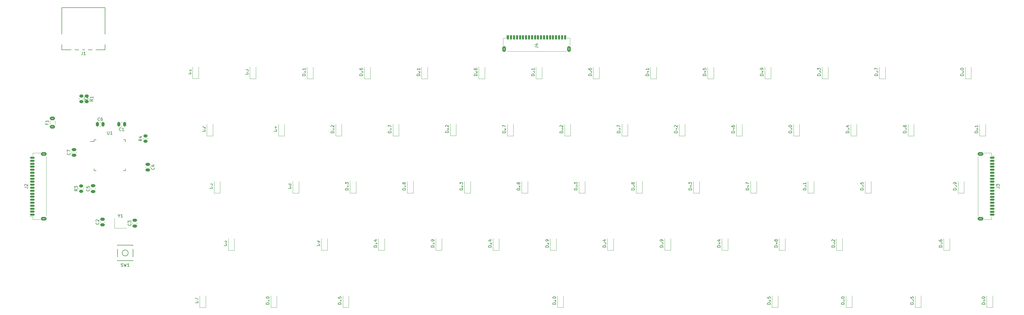
<source format=gto>
G04 #@! TF.GenerationSoftware,KiCad,Pcbnew,(6.0.9)*
G04 #@! TF.CreationDate,2022-12-29T20:39:02-06:00*
G04 #@! TF.ProjectId,BasePCB,42617365-5043-4422-9e6b-696361645f70,rev?*
G04 #@! TF.SameCoordinates,Original*
G04 #@! TF.FileFunction,Legend,Top*
G04 #@! TF.FilePolarity,Positive*
%FSLAX46Y46*%
G04 Gerber Fmt 4.6, Leading zero omitted, Abs format (unit mm)*
G04 Created by KiCad (PCBNEW (6.0.9)) date 2022-12-29 20:39:02*
%MOMM*%
%LPD*%
G01*
G04 APERTURE LIST*
G04 Aperture macros list*
%AMRoundRect*
0 Rectangle with rounded corners*
0 $1 Rounding radius*
0 $2 $3 $4 $5 $6 $7 $8 $9 X,Y pos of 4 corners*
0 Add a 4 corners polygon primitive as box body*
4,1,4,$2,$3,$4,$5,$6,$7,$8,$9,$2,$3,0*
0 Add four circle primitives for the rounded corners*
1,1,$1+$1,$2,$3*
1,1,$1+$1,$4,$5*
1,1,$1+$1,$6,$7*
1,1,$1+$1,$8,$9*
0 Add four rect primitives between the rounded corners*
20,1,$1+$1,$2,$3,$4,$5,0*
20,1,$1+$1,$4,$5,$6,$7,0*
20,1,$1+$1,$6,$7,$8,$9,0*
20,1,$1+$1,$8,$9,$2,$3,0*%
G04 Aperture macros list end*
%ADD10C,0.150000*%
%ADD11C,0.120000*%
%ADD12C,1.750000*%
%ADD13C,3.987800*%
%ADD14RoundRect,0.250000X-0.450000X0.262500X-0.450000X-0.262500X0.450000X-0.262500X0.450000X0.262500X0*%
%ADD15RoundRect,0.250000X0.250000X0.475000X-0.250000X0.475000X-0.250000X-0.475000X0.250000X-0.475000X0*%
%ADD16R,1.200000X0.900000*%
%ADD17RoundRect,0.250000X0.450000X-0.262500X0.450000X0.262500X-0.450000X0.262500X-0.450000X-0.262500X0*%
%ADD18R,1.800000X1.100000*%
%ADD19R,1.500000X0.550000*%
%ADD20R,0.550000X1.500000*%
%ADD21RoundRect,0.250000X0.475000X-0.250000X0.475000X0.250000X-0.475000X0.250000X-0.475000X-0.250000X0*%
%ADD22O,1.500000X2.000000*%
%ADD23C,3.500000*%
%ADD24R,1.400000X1.200000*%
%ADD25RoundRect,0.150000X-0.150000X-0.625000X0.150000X-0.625000X0.150000X0.625000X-0.150000X0.625000X0*%
%ADD26RoundRect,0.250000X-0.350000X-0.650000X0.350000X-0.650000X0.350000X0.650000X-0.350000X0.650000X0*%
%ADD27RoundRect,0.250000X0.625000X-0.375000X0.625000X0.375000X-0.625000X0.375000X-0.625000X-0.375000X0*%
%ADD28RoundRect,0.250000X-0.250000X-0.475000X0.250000X-0.475000X0.250000X0.475000X-0.250000X0.475000X0*%
%ADD29RoundRect,0.150000X0.625000X-0.150000X0.625000X0.150000X-0.625000X0.150000X-0.625000X-0.150000X0*%
%ADD30RoundRect,0.250000X0.650000X-0.350000X0.650000X0.350000X-0.650000X0.350000X-0.650000X-0.350000X0*%
%ADD31RoundRect,0.150000X-0.625000X0.150000X-0.625000X-0.150000X0.625000X-0.150000X0.625000X0.150000X0*%
%ADD32RoundRect,0.250000X-0.650000X0.350000X-0.650000X-0.350000X0.650000X-0.350000X0.650000X0.350000X0*%
%ADD33RoundRect,0.250000X-0.475000X0.250000X-0.475000X-0.250000X0.475000X-0.250000X0.475000X0.250000X0*%
G04 APERTURE END LIST*
D10*
X-126421619Y119467333D02*
X-126897809Y119134000D01*
X-126421619Y118895904D02*
X-127421619Y118895904D01*
X-127421619Y119276857D01*
X-127374000Y119372095D01*
X-127326380Y119419714D01*
X-127231142Y119467333D01*
X-127088285Y119467333D01*
X-126993047Y119419714D01*
X-126945428Y119372095D01*
X-126897809Y119276857D01*
X-126897809Y118895904D01*
X-127326380Y119848285D02*
X-127374000Y119895904D01*
X-127421619Y119991142D01*
X-127421619Y120229238D01*
X-127374000Y120324476D01*
X-127326380Y120372095D01*
X-127231142Y120419714D01*
X-127135904Y120419714D01*
X-126993047Y120372095D01*
X-126421619Y119800666D01*
X-126421619Y120419714D01*
X-115260416Y109087857D02*
X-115308035Y109040238D01*
X-115450892Y108992619D01*
X-115546130Y108992619D01*
X-115688988Y109040238D01*
X-115784226Y109135476D01*
X-115831845Y109230714D01*
X-115879464Y109421190D01*
X-115879464Y109564047D01*
X-115831845Y109754523D01*
X-115784226Y109849761D01*
X-115688988Y109945000D01*
X-115546130Y109992619D01*
X-115450892Y109992619D01*
X-115308035Y109945000D01*
X-115260416Y109897380D01*
X-114308035Y108992619D02*
X-114879464Y108992619D01*
X-114593750Y108992619D02*
X-114593750Y109992619D01*
X-114688988Y109849761D01*
X-114784226Y109754523D01*
X-114879464Y109706904D01*
X-20597619Y89273214D02*
X-21597619Y89273214D01*
X-21597619Y89511309D01*
X-21550000Y89654166D01*
X-21454761Y89749404D01*
X-21359523Y89797023D01*
X-21169047Y89844642D01*
X-21026190Y89844642D01*
X-20835714Y89797023D01*
X-20740476Y89749404D01*
X-20645238Y89654166D01*
X-20597619Y89511309D01*
X-20597619Y89273214D01*
X-20597619Y90797023D02*
X-20597619Y90225595D01*
X-20597619Y90511309D02*
X-21597619Y90511309D01*
X-21454761Y90416071D01*
X-21359523Y90320833D01*
X-21311904Y90225595D01*
X-21169047Y91368452D02*
X-21216666Y91273214D01*
X-21264285Y91225595D01*
X-21359523Y91177976D01*
X-21407142Y91177976D01*
X-21502380Y91225595D01*
X-21550000Y91273214D01*
X-21597619Y91368452D01*
X-21597619Y91558928D01*
X-21550000Y91654166D01*
X-21502380Y91701785D01*
X-21407142Y91749404D01*
X-21359523Y91749404D01*
X-21264285Y91701785D01*
X-21216666Y91654166D01*
X-21169047Y91558928D01*
X-21169047Y91368452D01*
X-21121428Y91273214D01*
X-21073809Y91225595D01*
X-20978571Y91177976D01*
X-20788095Y91177976D01*
X-20692857Y91225595D01*
X-20645238Y91273214D01*
X-20597619Y91368452D01*
X-20597619Y91558928D01*
X-20645238Y91654166D01*
X-20692857Y91701785D01*
X-20788095Y91749404D01*
X-20978571Y91749404D01*
X-21073809Y91701785D01*
X-21121428Y91654166D01*
X-21169047Y91558928D01*
X-108353869Y106195833D02*
X-108830059Y105862500D01*
X-108353869Y105624404D02*
X-109353869Y105624404D01*
X-109353869Y106005357D01*
X-109306250Y106100595D01*
X-109258630Y106148214D01*
X-109163392Y106195833D01*
X-109020535Y106195833D01*
X-108925297Y106148214D01*
X-108877678Y106100595D01*
X-108830059Y106005357D01*
X-108830059Y105624404D01*
X-109020535Y107052976D02*
X-108353869Y107052976D01*
X-109401488Y106814880D02*
X-108687202Y106576785D01*
X-108687202Y107195833D01*
X127039880Y108323214D02*
X126039880Y108323214D01*
X126039880Y108561309D01*
X126087500Y108704166D01*
X126182738Y108799404D01*
X126277976Y108847023D01*
X126468452Y108894642D01*
X126611309Y108894642D01*
X126801785Y108847023D01*
X126897023Y108799404D01*
X126992261Y108704166D01*
X127039880Y108561309D01*
X127039880Y108323214D01*
X126039880Y109799404D02*
X126039880Y109323214D01*
X126516071Y109275595D01*
X126468452Y109323214D01*
X126420833Y109418452D01*
X126420833Y109656547D01*
X126468452Y109751785D01*
X126516071Y109799404D01*
X126611309Y109847023D01*
X126849404Y109847023D01*
X126944642Y109799404D01*
X126992261Y109751785D01*
X127039880Y109656547D01*
X127039880Y109418452D01*
X126992261Y109323214D01*
X126944642Y109275595D01*
X126373214Y110704166D02*
X127039880Y110704166D01*
X125992261Y110466071D02*
X126706547Y110227976D01*
X126706547Y110847023D01*
X-53935119Y127373214D02*
X-54935119Y127373214D01*
X-54935119Y127611309D01*
X-54887500Y127754166D01*
X-54792261Y127849404D01*
X-54697023Y127897023D01*
X-54506547Y127944642D01*
X-54363690Y127944642D01*
X-54173214Y127897023D01*
X-54077976Y127849404D01*
X-53982738Y127754166D01*
X-53935119Y127611309D01*
X-53935119Y127373214D01*
X-53935119Y128897023D02*
X-53935119Y128325595D01*
X-53935119Y128611309D02*
X-54935119Y128611309D01*
X-54792261Y128516071D01*
X-54697023Y128420833D01*
X-54649404Y128325595D01*
X-53935119Y129849404D02*
X-53935119Y129277976D01*
X-53935119Y129563690D02*
X-54935119Y129563690D01*
X-54792261Y129468452D01*
X-54697023Y129373214D01*
X-54649404Y129277976D01*
X-115252333Y63793738D02*
X-115109476Y63746119D01*
X-114871380Y63746119D01*
X-114776142Y63793738D01*
X-114728523Y63841357D01*
X-114680904Y63936595D01*
X-114680904Y64031833D01*
X-114728523Y64127071D01*
X-114776142Y64174690D01*
X-114871380Y64222309D01*
X-115061857Y64269928D01*
X-115157095Y64317547D01*
X-115204714Y64365166D01*
X-115252333Y64460404D01*
X-115252333Y64555642D01*
X-115204714Y64650880D01*
X-115157095Y64698500D01*
X-115061857Y64746119D01*
X-114823761Y64746119D01*
X-114680904Y64698500D01*
X-114347571Y64746119D02*
X-114109476Y63746119D01*
X-113919000Y64460404D01*
X-113728523Y63746119D01*
X-113490428Y64746119D01*
X-112585666Y63746119D02*
X-113157095Y63746119D01*
X-112871380Y63746119D02*
X-112871380Y64746119D01*
X-112966619Y64603261D01*
X-113061857Y64508023D01*
X-113157095Y64460404D01*
X-1547619Y89273214D02*
X-2547619Y89273214D01*
X-2547619Y89511309D01*
X-2500000Y89654166D01*
X-2404761Y89749404D01*
X-2309523Y89797023D01*
X-2119047Y89844642D01*
X-1976190Y89844642D01*
X-1785714Y89797023D01*
X-1690476Y89749404D01*
X-1595238Y89654166D01*
X-1547619Y89511309D01*
X-1547619Y89273214D01*
X-2452380Y90225595D02*
X-2500000Y90273214D01*
X-2547619Y90368452D01*
X-2547619Y90606547D01*
X-2500000Y90701785D01*
X-2452380Y90749404D01*
X-2357142Y90797023D01*
X-2261904Y90797023D01*
X-2119047Y90749404D01*
X-1547619Y90177976D01*
X-1547619Y90797023D01*
X-2547619Y91130357D02*
X-2547619Y91749404D01*
X-2166666Y91416071D01*
X-2166666Y91558928D01*
X-2119047Y91654166D01*
X-2071428Y91701785D01*
X-1976190Y91749404D01*
X-1738095Y91749404D01*
X-1642857Y91701785D01*
X-1595238Y91654166D01*
X-1547619Y91558928D01*
X-1547619Y91273214D01*
X-1595238Y91177976D01*
X-1642857Y91130357D01*
X-92035119Y127911904D02*
X-93035119Y127911904D01*
X-93035119Y128150000D01*
X-92987500Y128292857D01*
X-92892261Y128388095D01*
X-92797023Y128435714D01*
X-92606547Y128483333D01*
X-92463690Y128483333D01*
X-92273214Y128435714D01*
X-92177976Y128388095D01*
X-92082738Y128292857D01*
X-92035119Y128150000D01*
X-92035119Y127911904D01*
X-92035119Y129435714D02*
X-92035119Y128864285D01*
X-92035119Y129150000D02*
X-93035119Y129150000D01*
X-92892261Y129054761D01*
X-92797023Y128959523D01*
X-92749404Y128864285D01*
X-119824404Y108803869D02*
X-119824404Y107994345D01*
X-119776785Y107899107D01*
X-119729166Y107851488D01*
X-119633928Y107803869D01*
X-119443452Y107803869D01*
X-119348214Y107851488D01*
X-119300595Y107899107D01*
X-119252976Y107994345D01*
X-119252976Y108803869D01*
X-118252976Y107803869D02*
X-118824404Y107803869D01*
X-118538690Y107803869D02*
X-118538690Y108803869D01*
X-118633928Y108661011D01*
X-118729166Y108565773D01*
X-118824404Y108518154D01*
X-80128869Y70699404D02*
X-81128869Y70699404D01*
X-81128869Y70937500D01*
X-81081250Y71080357D01*
X-80986011Y71175595D01*
X-80890773Y71223214D01*
X-80700297Y71270833D01*
X-80557440Y71270833D01*
X-80366964Y71223214D01*
X-80271726Y71175595D01*
X-80176488Y71080357D01*
X-80128869Y70937500D01*
X-80128869Y70699404D01*
X-81128869Y72127976D02*
X-81128869Y71937500D01*
X-81081250Y71842261D01*
X-81033630Y71794642D01*
X-80890773Y71699404D01*
X-80700297Y71651785D01*
X-80319345Y71651785D01*
X-80224107Y71699404D01*
X-80176488Y71747023D01*
X-80128869Y71842261D01*
X-80128869Y72032738D01*
X-80176488Y72127976D01*
X-80224107Y72175595D01*
X-80319345Y72223214D01*
X-80557440Y72223214D01*
X-80652678Y72175595D01*
X-80700297Y72127976D01*
X-80747916Y72032738D01*
X-80747916Y71842261D01*
X-80700297Y71747023D01*
X-80652678Y71699404D01*
X-80557440Y71651785D01*
X36552380Y89273214D02*
X35552380Y89273214D01*
X35552380Y89511309D01*
X35600000Y89654166D01*
X35695238Y89749404D01*
X35790476Y89797023D01*
X35980952Y89844642D01*
X36123809Y89844642D01*
X36314285Y89797023D01*
X36409523Y89749404D01*
X36504761Y89654166D01*
X36552380Y89511309D01*
X36552380Y89273214D01*
X35552380Y90177976D02*
X35552380Y90797023D01*
X35933333Y90463690D01*
X35933333Y90606547D01*
X35980952Y90701785D01*
X36028571Y90749404D01*
X36123809Y90797023D01*
X36361904Y90797023D01*
X36457142Y90749404D01*
X36504761Y90701785D01*
X36552380Y90606547D01*
X36552380Y90320833D01*
X36504761Y90225595D01*
X36457142Y90177976D01*
X35552380Y91130357D02*
X35552380Y91749404D01*
X35933333Y91416071D01*
X35933333Y91558928D01*
X35980952Y91654166D01*
X36028571Y91701785D01*
X36123809Y91749404D01*
X36361904Y91749404D01*
X36457142Y91701785D01*
X36504761Y91654166D01*
X36552380Y91558928D01*
X36552380Y91273214D01*
X36504761Y91177976D01*
X36457142Y91130357D01*
X46077380Y70223214D02*
X45077380Y70223214D01*
X45077380Y70461309D01*
X45125000Y70604166D01*
X45220238Y70699404D01*
X45315476Y70747023D01*
X45505952Y70794642D01*
X45648809Y70794642D01*
X45839285Y70747023D01*
X45934523Y70699404D01*
X46029761Y70604166D01*
X46077380Y70461309D01*
X46077380Y70223214D01*
X45077380Y71127976D02*
X45077380Y71747023D01*
X45458333Y71413690D01*
X45458333Y71556547D01*
X45505952Y71651785D01*
X45553571Y71699404D01*
X45648809Y71747023D01*
X45886904Y71747023D01*
X45982142Y71699404D01*
X46029761Y71651785D01*
X46077380Y71556547D01*
X46077380Y71270833D01*
X46029761Y71175595D01*
X45982142Y71127976D01*
X45410714Y72604166D02*
X46077380Y72604166D01*
X45029761Y72366071D02*
X45744047Y72127976D01*
X45744047Y72747023D01*
X112752380Y89273214D02*
X111752380Y89273214D01*
X111752380Y89511309D01*
X111800000Y89654166D01*
X111895238Y89749404D01*
X111990476Y89797023D01*
X112180952Y89844642D01*
X112323809Y89844642D01*
X112514285Y89797023D01*
X112609523Y89749404D01*
X112704761Y89654166D01*
X112752380Y89511309D01*
X112752380Y89273214D01*
X111752380Y90749404D02*
X111752380Y90273214D01*
X112228571Y90225595D01*
X112180952Y90273214D01*
X112133333Y90368452D01*
X112133333Y90606547D01*
X112180952Y90701785D01*
X112228571Y90749404D01*
X112323809Y90797023D01*
X112561904Y90797023D01*
X112657142Y90749404D01*
X112704761Y90701785D01*
X112752380Y90606547D01*
X112752380Y90368452D01*
X112704761Y90273214D01*
X112657142Y90225595D01*
X112752380Y91749404D02*
X112752380Y91177976D01*
X112752380Y91463690D02*
X111752380Y91463690D01*
X111895238Y91368452D01*
X111990476Y91273214D01*
X112038095Y91177976D01*
X172283630Y51173214D02*
X171283630Y51173214D01*
X171283630Y51411309D01*
X171331250Y51554166D01*
X171426488Y51649404D01*
X171521726Y51697023D01*
X171712202Y51744642D01*
X171855059Y51744642D01*
X172045535Y51697023D01*
X172140773Y51649404D01*
X172236011Y51554166D01*
X172283630Y51411309D01*
X172283630Y51173214D01*
X171616964Y52601785D02*
X172283630Y52601785D01*
X171236011Y52363690D02*
X171950297Y52125595D01*
X171950297Y52744642D01*
X171283630Y53316071D02*
X171283630Y53411309D01*
X171331250Y53506547D01*
X171378869Y53554166D01*
X171474107Y53601785D01*
X171664583Y53649404D01*
X171902678Y53649404D01*
X172093154Y53601785D01*
X172188392Y53554166D01*
X172236011Y53506547D01*
X172283630Y53411309D01*
X172283630Y53316071D01*
X172236011Y53220833D01*
X172188392Y53173214D01*
X172093154Y53125595D01*
X171902678Y53077976D01*
X171664583Y53077976D01*
X171474107Y53125595D01*
X171378869Y53173214D01*
X171331250Y53220833D01*
X171283630Y53316071D01*
X-112066857Y77999333D02*
X-112019238Y77951714D01*
X-111971619Y77808857D01*
X-111971619Y77713619D01*
X-112019238Y77570761D01*
X-112114476Y77475523D01*
X-112209714Y77427904D01*
X-112400190Y77380285D01*
X-112543047Y77380285D01*
X-112733523Y77427904D01*
X-112828761Y77475523D01*
X-112924000Y77570761D01*
X-112971619Y77713619D01*
X-112971619Y77808857D01*
X-112924000Y77951714D01*
X-112876380Y77999333D01*
X-112971619Y78332666D02*
X-112971619Y78951714D01*
X-112590666Y78618380D01*
X-112590666Y78761238D01*
X-112543047Y78856476D01*
X-112495428Y78904095D01*
X-112400190Y78951714D01*
X-112162095Y78951714D01*
X-112066857Y78904095D01*
X-112019238Y78856476D01*
X-111971619Y78761238D01*
X-111971619Y78475523D01*
X-112019238Y78380285D01*
X-112066857Y78332666D01*
X-63460119Y108799404D02*
X-64460119Y108799404D01*
X-64460119Y109037500D01*
X-64412500Y109180357D01*
X-64317261Y109275595D01*
X-64222023Y109323214D01*
X-64031547Y109370833D01*
X-63888690Y109370833D01*
X-63698214Y109323214D01*
X-63602976Y109275595D01*
X-63507738Y109180357D01*
X-63460119Y109037500D01*
X-63460119Y108799404D01*
X-64126785Y110227976D02*
X-63460119Y110227976D01*
X-64507738Y109989880D02*
X-63793452Y109751785D01*
X-63793452Y110370833D01*
X3214880Y127373214D02*
X2214880Y127373214D01*
X2214880Y127611309D01*
X2262500Y127754166D01*
X2357738Y127849404D01*
X2452976Y127897023D01*
X2643452Y127944642D01*
X2786309Y127944642D01*
X2976785Y127897023D01*
X3072023Y127849404D01*
X3167261Y127754166D01*
X3214880Y127611309D01*
X3214880Y127373214D01*
X2310119Y128325595D02*
X2262500Y128373214D01*
X2214880Y128468452D01*
X2214880Y128706547D01*
X2262500Y128801785D01*
X2310119Y128849404D01*
X2405357Y128897023D01*
X2500595Y128897023D01*
X2643452Y128849404D01*
X3214880Y128277976D01*
X3214880Y128897023D01*
X2214880Y129754166D02*
X2214880Y129563690D01*
X2262500Y129468452D01*
X2310119Y129420833D01*
X2452976Y129325595D01*
X2643452Y129277976D01*
X3024404Y129277976D01*
X3119642Y129325595D01*
X3167261Y129373214D01*
X3214880Y129468452D01*
X3214880Y129658928D01*
X3167261Y129754166D01*
X3119642Y129801785D01*
X3024404Y129849404D01*
X2786309Y129849404D01*
X2691071Y129801785D01*
X2643452Y129754166D01*
X2595833Y129658928D01*
X2595833Y129468452D01*
X2643452Y129373214D01*
X2691071Y129325595D01*
X2786309Y129277976D01*
X29408630Y51173214D02*
X28408630Y51173214D01*
X28408630Y51411309D01*
X28456250Y51554166D01*
X28551488Y51649404D01*
X28646726Y51697023D01*
X28837202Y51744642D01*
X28980059Y51744642D01*
X29170535Y51697023D01*
X29265773Y51649404D01*
X29361011Y51554166D01*
X29408630Y51411309D01*
X29408630Y51173214D01*
X28503869Y52125595D02*
X28456250Y52173214D01*
X28408630Y52268452D01*
X28408630Y52506547D01*
X28456250Y52601785D01*
X28503869Y52649404D01*
X28599107Y52697023D01*
X28694345Y52697023D01*
X28837202Y52649404D01*
X29408630Y52077976D01*
X29408630Y52697023D01*
X28408630Y53316071D02*
X28408630Y53411309D01*
X28456250Y53506547D01*
X28503869Y53554166D01*
X28599107Y53601785D01*
X28789583Y53649404D01*
X29027678Y53649404D01*
X29218154Y53601785D01*
X29313392Y53554166D01*
X29361011Y53506547D01*
X29408630Y53411309D01*
X29408630Y53316071D01*
X29361011Y53220833D01*
X29313392Y53173214D01*
X29218154Y53125595D01*
X29027678Y53077976D01*
X28789583Y53077976D01*
X28599107Y53125595D01*
X28503869Y53173214D01*
X28456250Y53220833D01*
X28408630Y53316071D01*
X-11072619Y70223214D02*
X-12072619Y70223214D01*
X-12072619Y70461309D01*
X-12025000Y70604166D01*
X-11929761Y70699404D01*
X-11834523Y70747023D01*
X-11644047Y70794642D01*
X-11501190Y70794642D01*
X-11310714Y70747023D01*
X-11215476Y70699404D01*
X-11120238Y70604166D01*
X-11072619Y70461309D01*
X-11072619Y70223214D01*
X-11072619Y71747023D02*
X-11072619Y71175595D01*
X-11072619Y71461309D02*
X-12072619Y71461309D01*
X-11929761Y71366071D01*
X-11834523Y71270833D01*
X-11786904Y71175595D01*
X-11072619Y72223214D02*
X-11072619Y72413690D01*
X-11120238Y72508928D01*
X-11167857Y72556547D01*
X-11310714Y72651785D01*
X-11501190Y72699404D01*
X-11882142Y72699404D01*
X-11977380Y72651785D01*
X-12025000Y72604166D01*
X-12072619Y72508928D01*
X-12072619Y72318452D01*
X-12025000Y72223214D01*
X-11977380Y72175595D01*
X-11882142Y72127976D01*
X-11644047Y72127976D01*
X-11548809Y72175595D01*
X-11501190Y72223214D01*
X-11453571Y72318452D01*
X-11453571Y72508928D01*
X-11501190Y72604166D01*
X-11548809Y72651785D01*
X-11644047Y72699404D01*
X-125941607Y89527083D02*
X-125893988Y89479464D01*
X-125846369Y89336607D01*
X-125846369Y89241369D01*
X-125893988Y89098511D01*
X-125989226Y89003273D01*
X-126084464Y88955654D01*
X-126274940Y88908035D01*
X-126417797Y88908035D01*
X-126608273Y88955654D01*
X-126703511Y89003273D01*
X-126798750Y89098511D01*
X-126846369Y89241369D01*
X-126846369Y89336607D01*
X-126798750Y89479464D01*
X-126751130Y89527083D01*
X-126846369Y90431845D02*
X-126846369Y89955654D01*
X-126370178Y89908035D01*
X-126417797Y89955654D01*
X-126465416Y90050892D01*
X-126465416Y90288988D01*
X-126417797Y90384226D01*
X-126370178Y90431845D01*
X-126274940Y90479464D01*
X-126036845Y90479464D01*
X-125941607Y90431845D01*
X-125893988Y90384226D01*
X-125846369Y90288988D01*
X-125846369Y90050892D01*
X-125893988Y89955654D01*
X-125941607Y89908035D01*
X98464880Y127373214D02*
X97464880Y127373214D01*
X97464880Y127611309D01*
X97512500Y127754166D01*
X97607738Y127849404D01*
X97702976Y127897023D01*
X97893452Y127944642D01*
X98036309Y127944642D01*
X98226785Y127897023D01*
X98322023Y127849404D01*
X98417261Y127754166D01*
X98464880Y127611309D01*
X98464880Y127373214D01*
X97798214Y128801785D02*
X98464880Y128801785D01*
X97417261Y128563690D02*
X98131547Y128325595D01*
X98131547Y128944642D01*
X98464880Y129373214D02*
X98464880Y129563690D01*
X98417261Y129658928D01*
X98369642Y129706547D01*
X98226785Y129801785D01*
X98036309Y129849404D01*
X97655357Y129849404D01*
X97560119Y129801785D01*
X97512500Y129754166D01*
X97464880Y129658928D01*
X97464880Y129468452D01*
X97512500Y129373214D01*
X97560119Y129325595D01*
X97655357Y129277976D01*
X97893452Y129277976D01*
X97988690Y129325595D01*
X98036309Y129373214D01*
X98083928Y129468452D01*
X98083928Y129658928D01*
X98036309Y129754166D01*
X97988690Y129801785D01*
X97893452Y129849404D01*
X-34885119Y127373214D02*
X-35885119Y127373214D01*
X-35885119Y127611309D01*
X-35837500Y127754166D01*
X-35742261Y127849404D01*
X-35647023Y127897023D01*
X-35456547Y127944642D01*
X-35313690Y127944642D01*
X-35123214Y127897023D01*
X-35027976Y127849404D01*
X-34932738Y127754166D01*
X-34885119Y127611309D01*
X-34885119Y127373214D01*
X-34885119Y128897023D02*
X-34885119Y128325595D01*
X-34885119Y128611309D02*
X-35885119Y128611309D01*
X-35742261Y128516071D01*
X-35647023Y128420833D01*
X-35599404Y128325595D01*
X-35885119Y129754166D02*
X-35885119Y129563690D01*
X-35837500Y129468452D01*
X-35789880Y129420833D01*
X-35647023Y129325595D01*
X-35456547Y129277976D01*
X-35075595Y129277976D01*
X-34980357Y129325595D01*
X-34932738Y129373214D01*
X-34885119Y129468452D01*
X-34885119Y129658928D01*
X-34932738Y129754166D01*
X-34980357Y129801785D01*
X-35075595Y129849404D01*
X-35313690Y129849404D01*
X-35408928Y129801785D01*
X-35456547Y129754166D01*
X-35504166Y129658928D01*
X-35504166Y129468452D01*
X-35456547Y129373214D01*
X-35408928Y129325595D01*
X-35313690Y129277976D01*
X-128127083Y135312619D02*
X-128127083Y134598333D01*
X-128174702Y134455476D01*
X-128269940Y134360238D01*
X-128412797Y134312619D01*
X-128508035Y134312619D01*
X-127127083Y134312619D02*
X-127698511Y134312619D01*
X-127412797Y134312619D02*
X-127412797Y135312619D01*
X-127508035Y135169761D01*
X-127603273Y135074523D01*
X-127698511Y135026904D01*
X-66000119Y51173214D02*
X-67000119Y51173214D01*
X-67000119Y51411309D01*
X-66952500Y51554166D01*
X-66857261Y51649404D01*
X-66762023Y51697023D01*
X-66571547Y51744642D01*
X-66428690Y51744642D01*
X-66238214Y51697023D01*
X-66142976Y51649404D01*
X-66047738Y51554166D01*
X-66000119Y51411309D01*
X-66000119Y51173214D01*
X-66000119Y52697023D02*
X-66000119Y52125595D01*
X-66000119Y52411309D02*
X-67000119Y52411309D01*
X-66857261Y52316071D01*
X-66762023Y52220833D01*
X-66714404Y52125595D01*
X-67000119Y53316071D02*
X-67000119Y53411309D01*
X-66952500Y53506547D01*
X-66904880Y53554166D01*
X-66809642Y53601785D01*
X-66619166Y53649404D01*
X-66381071Y53649404D01*
X-66190595Y53601785D01*
X-66095357Y53554166D01*
X-66047738Y53506547D01*
X-66000119Y53411309D01*
X-66000119Y53316071D01*
X-66047738Y53220833D01*
X-66095357Y53173214D01*
X-66190595Y53125595D01*
X-66381071Y53077976D01*
X-66619166Y53077976D01*
X-66809642Y53125595D01*
X-66904880Y53173214D01*
X-66952500Y53220833D01*
X-67000119Y53316071D01*
X-25360119Y108323214D02*
X-26360119Y108323214D01*
X-26360119Y108561309D01*
X-26312500Y108704166D01*
X-26217261Y108799404D01*
X-26122023Y108847023D01*
X-25931547Y108894642D01*
X-25788690Y108894642D01*
X-25598214Y108847023D01*
X-25502976Y108799404D01*
X-25407738Y108704166D01*
X-25360119Y108561309D01*
X-25360119Y108323214D01*
X-25360119Y109847023D02*
X-25360119Y109275595D01*
X-25360119Y109561309D02*
X-26360119Y109561309D01*
X-26217261Y109466071D01*
X-26122023Y109370833D01*
X-26074404Y109275595D01*
X-26360119Y110180357D02*
X-26360119Y110847023D01*
X-25360119Y110418452D01*
X125452380Y51173214D02*
X124452380Y51173214D01*
X124452380Y51411309D01*
X124500000Y51554166D01*
X124595238Y51649404D01*
X124690476Y51697023D01*
X124880952Y51744642D01*
X125023809Y51744642D01*
X125214285Y51697023D01*
X125309523Y51649404D01*
X125404761Y51554166D01*
X125452380Y51411309D01*
X125452380Y51173214D01*
X124452380Y52077976D02*
X124452380Y52697023D01*
X124833333Y52363690D01*
X124833333Y52506547D01*
X124880952Y52601785D01*
X124928571Y52649404D01*
X125023809Y52697023D01*
X125261904Y52697023D01*
X125357142Y52649404D01*
X125404761Y52601785D01*
X125452380Y52506547D01*
X125452380Y52220833D01*
X125404761Y52125595D01*
X125357142Y52077976D01*
X124452380Y53316071D02*
X124452380Y53411309D01*
X124500000Y53506547D01*
X124547619Y53554166D01*
X124642857Y53601785D01*
X124833333Y53649404D01*
X125071428Y53649404D01*
X125261904Y53601785D01*
X125357142Y53554166D01*
X125404761Y53506547D01*
X125452380Y53411309D01*
X125452380Y53316071D01*
X125404761Y53220833D01*
X125357142Y53173214D01*
X125261904Y53125595D01*
X125071428Y53077976D01*
X124833333Y53077976D01*
X124642857Y53125595D01*
X124547619Y53173214D01*
X124500000Y53220833D01*
X124452380Y53316071D01*
X22264880Y127373214D02*
X21264880Y127373214D01*
X21264880Y127611309D01*
X21312500Y127754166D01*
X21407738Y127849404D01*
X21502976Y127897023D01*
X21693452Y127944642D01*
X21836309Y127944642D01*
X22026785Y127897023D01*
X22122023Y127849404D01*
X22217261Y127754166D01*
X22264880Y127611309D01*
X22264880Y127373214D01*
X21264880Y128277976D02*
X21264880Y128897023D01*
X21645833Y128563690D01*
X21645833Y128706547D01*
X21693452Y128801785D01*
X21741071Y128849404D01*
X21836309Y128897023D01*
X22074404Y128897023D01*
X22169642Y128849404D01*
X22217261Y128801785D01*
X22264880Y128706547D01*
X22264880Y128420833D01*
X22217261Y128325595D01*
X22169642Y128277976D01*
X22264880Y129849404D02*
X22264880Y129277976D01*
X22264880Y129563690D02*
X21264880Y129563690D01*
X21407738Y129468452D01*
X21502976Y129373214D01*
X21550595Y129277976D01*
X-115943690Y80621309D02*
X-115943690Y80145119D01*
X-116277023Y81145119D02*
X-115943690Y80621309D01*
X-115610357Y81145119D01*
X-114753214Y80145119D02*
X-115324642Y80145119D01*
X-115038928Y80145119D02*
X-115038928Y81145119D01*
X-115134166Y81002261D01*
X-115229404Y80907023D01*
X-115324642Y80859404D01*
X79414880Y127373214D02*
X78414880Y127373214D01*
X78414880Y127611309D01*
X78462500Y127754166D01*
X78557738Y127849404D01*
X78652976Y127897023D01*
X78843452Y127944642D01*
X78986309Y127944642D01*
X79176785Y127897023D01*
X79272023Y127849404D01*
X79367261Y127754166D01*
X79414880Y127611309D01*
X79414880Y127373214D01*
X78748214Y128801785D02*
X79414880Y128801785D01*
X78367261Y128563690D02*
X79081547Y128325595D01*
X79081547Y128944642D01*
X78414880Y129801785D02*
X78414880Y129325595D01*
X78891071Y129277976D01*
X78843452Y129325595D01*
X78795833Y129420833D01*
X78795833Y129658928D01*
X78843452Y129754166D01*
X78891071Y129801785D01*
X78986309Y129849404D01*
X79224404Y129849404D01*
X79319642Y129801785D01*
X79367261Y129754166D01*
X79414880Y129658928D01*
X79414880Y129420833D01*
X79367261Y129325595D01*
X79319642Y129277976D01*
X136564880Y127373214D02*
X135564880Y127373214D01*
X135564880Y127611309D01*
X135612500Y127754166D01*
X135707738Y127849404D01*
X135802976Y127897023D01*
X135993452Y127944642D01*
X136136309Y127944642D01*
X136326785Y127897023D01*
X136422023Y127849404D01*
X136517261Y127754166D01*
X136564880Y127611309D01*
X136564880Y127373214D01*
X135564880Y128849404D02*
X135564880Y128373214D01*
X136041071Y128325595D01*
X135993452Y128373214D01*
X135945833Y128468452D01*
X135945833Y128706547D01*
X135993452Y128801785D01*
X136041071Y128849404D01*
X136136309Y128897023D01*
X136374404Y128897023D01*
X136469642Y128849404D01*
X136517261Y128801785D01*
X136564880Y128706547D01*
X136564880Y128468452D01*
X136517261Y128373214D01*
X136469642Y128325595D01*
X135564880Y129230357D02*
X135564880Y129897023D01*
X136564880Y129468452D01*
X-72985119Y127849404D02*
X-73985119Y127849404D01*
X-73985119Y128087500D01*
X-73937500Y128230357D01*
X-73842261Y128325595D01*
X-73747023Y128373214D01*
X-73556547Y128420833D01*
X-73413690Y128420833D01*
X-73223214Y128373214D01*
X-73127976Y128325595D01*
X-73032738Y128230357D01*
X-72985119Y128087500D01*
X-72985119Y127849404D01*
X-73985119Y128754166D02*
X-73985119Y129373214D01*
X-73604166Y129039880D01*
X-73604166Y129182738D01*
X-73556547Y129277976D01*
X-73508928Y129325595D01*
X-73413690Y129373214D01*
X-73175595Y129373214D01*
X-73080357Y129325595D01*
X-73032738Y129277976D01*
X-72985119Y129182738D01*
X-72985119Y128897023D01*
X-73032738Y128801785D01*
X-73080357Y128754166D01*
X-39647619Y89273214D02*
X-40647619Y89273214D01*
X-40647619Y89511309D01*
X-40600000Y89654166D01*
X-40504761Y89749404D01*
X-40409523Y89797023D01*
X-40219047Y89844642D01*
X-40076190Y89844642D01*
X-39885714Y89797023D01*
X-39790476Y89749404D01*
X-39695238Y89654166D01*
X-39647619Y89511309D01*
X-39647619Y89273214D01*
X-39647619Y90797023D02*
X-39647619Y90225595D01*
X-39647619Y90511309D02*
X-40647619Y90511309D01*
X-40504761Y90416071D01*
X-40409523Y90320833D01*
X-40361904Y90225595D01*
X-40647619Y91130357D02*
X-40647619Y91749404D01*
X-40266666Y91416071D01*
X-40266666Y91558928D01*
X-40219047Y91654166D01*
X-40171428Y91701785D01*
X-40076190Y91749404D01*
X-39838095Y91749404D01*
X-39742857Y91701785D01*
X-39695238Y91654166D01*
X-39647619Y91558928D01*
X-39647619Y91273214D01*
X-39695238Y91177976D01*
X-39742857Y91130357D01*
X12739880Y108323214D02*
X11739880Y108323214D01*
X11739880Y108561309D01*
X11787500Y108704166D01*
X11882738Y108799404D01*
X11977976Y108847023D01*
X12168452Y108894642D01*
X12311309Y108894642D01*
X12501785Y108847023D01*
X12597023Y108799404D01*
X12692261Y108704166D01*
X12739880Y108561309D01*
X12739880Y108323214D01*
X11835119Y109275595D02*
X11787500Y109323214D01*
X11739880Y109418452D01*
X11739880Y109656547D01*
X11787500Y109751785D01*
X11835119Y109799404D01*
X11930357Y109847023D01*
X12025595Y109847023D01*
X12168452Y109799404D01*
X12739880Y109227976D01*
X12739880Y109847023D01*
X11739880Y110180357D02*
X11739880Y110847023D01*
X12739880Y110418452D01*
X22471130Y136985416D02*
X23185416Y136985416D01*
X23328273Y136937797D01*
X23423511Y136842559D01*
X23471130Y136699702D01*
X23471130Y136604464D01*
X22804464Y137890178D02*
X23471130Y137890178D01*
X22423511Y137652083D02*
X23137797Y137413988D01*
X23137797Y138033035D01*
X100846130Y51173214D02*
X99846130Y51173214D01*
X99846130Y51411309D01*
X99893750Y51554166D01*
X99988988Y51649404D01*
X100084226Y51697023D01*
X100274702Y51744642D01*
X100417559Y51744642D01*
X100608035Y51697023D01*
X100703273Y51649404D01*
X100798511Y51554166D01*
X100846130Y51411309D01*
X100846130Y51173214D01*
X99941369Y52125595D02*
X99893750Y52173214D01*
X99846130Y52268452D01*
X99846130Y52506547D01*
X99893750Y52601785D01*
X99941369Y52649404D01*
X100036607Y52697023D01*
X100131845Y52697023D01*
X100274702Y52649404D01*
X100846130Y52077976D01*
X100846130Y52697023D01*
X99846130Y53601785D02*
X99846130Y53125595D01*
X100322321Y53077976D01*
X100274702Y53125595D01*
X100227083Y53220833D01*
X100227083Y53458928D01*
X100274702Y53554166D01*
X100322321Y53601785D01*
X100417559Y53649404D01*
X100655654Y53649404D01*
X100750892Y53601785D01*
X100798511Y53554166D01*
X100846130Y53458928D01*
X100846130Y53220833D01*
X100798511Y53125595D01*
X100750892Y53077976D01*
X-15835119Y127373214D02*
X-16835119Y127373214D01*
X-16835119Y127611309D01*
X-16787500Y127754166D01*
X-16692261Y127849404D01*
X-16597023Y127897023D01*
X-16406547Y127944642D01*
X-16263690Y127944642D01*
X-16073214Y127897023D01*
X-15977976Y127849404D01*
X-15882738Y127754166D01*
X-15835119Y127611309D01*
X-15835119Y127373214D01*
X-16739880Y128325595D02*
X-16787500Y128373214D01*
X-16835119Y128468452D01*
X-16835119Y128706547D01*
X-16787500Y128801785D01*
X-16739880Y128849404D01*
X-16644642Y128897023D01*
X-16549404Y128897023D01*
X-16406547Y128849404D01*
X-15835119Y128277976D01*
X-15835119Y128897023D01*
X-15835119Y129849404D02*
X-15835119Y129277976D01*
X-15835119Y129563690D02*
X-16835119Y129563690D01*
X-16692261Y129468452D01*
X-16597023Y129373214D01*
X-16549404Y129277976D01*
X65127380Y70223214D02*
X64127380Y70223214D01*
X64127380Y70461309D01*
X64175000Y70604166D01*
X64270238Y70699404D01*
X64365476Y70747023D01*
X64555952Y70794642D01*
X64698809Y70794642D01*
X64889285Y70747023D01*
X64984523Y70699404D01*
X65079761Y70604166D01*
X65127380Y70461309D01*
X65127380Y70223214D01*
X64127380Y71127976D02*
X64127380Y71747023D01*
X64508333Y71413690D01*
X64508333Y71556547D01*
X64555952Y71651785D01*
X64603571Y71699404D01*
X64698809Y71747023D01*
X64936904Y71747023D01*
X65032142Y71699404D01*
X65079761Y71651785D01*
X65127380Y71556547D01*
X65127380Y71270833D01*
X65079761Y71175595D01*
X65032142Y71127976D01*
X65127380Y72223214D02*
X65127380Y72413690D01*
X65079761Y72508928D01*
X65032142Y72556547D01*
X64889285Y72651785D01*
X64698809Y72699404D01*
X64317857Y72699404D01*
X64222619Y72651785D01*
X64175000Y72604166D01*
X64127380Y72508928D01*
X64127380Y72318452D01*
X64175000Y72223214D01*
X64222619Y72175595D01*
X64317857Y72127976D01*
X64555952Y72127976D01*
X64651190Y72175595D01*
X64698809Y72223214D01*
X64746428Y72318452D01*
X64746428Y72508928D01*
X64698809Y72604166D01*
X64651190Y72651785D01*
X64555952Y72699404D01*
X88939880Y108323214D02*
X87939880Y108323214D01*
X87939880Y108561309D01*
X87987500Y108704166D01*
X88082738Y108799404D01*
X88177976Y108847023D01*
X88368452Y108894642D01*
X88511309Y108894642D01*
X88701785Y108847023D01*
X88797023Y108799404D01*
X88892261Y108704166D01*
X88939880Y108561309D01*
X88939880Y108323214D01*
X88273214Y109751785D02*
X88939880Y109751785D01*
X87892261Y109513690D02*
X88606547Y109275595D01*
X88606547Y109894642D01*
X87939880Y110704166D02*
X87939880Y110513690D01*
X87987500Y110418452D01*
X88035119Y110370833D01*
X88177976Y110275595D01*
X88368452Y110227976D01*
X88749404Y110227976D01*
X88844642Y110275595D01*
X88892261Y110323214D01*
X88939880Y110418452D01*
X88939880Y110608928D01*
X88892261Y110704166D01*
X88844642Y110751785D01*
X88749404Y110799404D01*
X88511309Y110799404D01*
X88416071Y110751785D01*
X88368452Y110704166D01*
X88320833Y110608928D01*
X88320833Y110418452D01*
X88368452Y110323214D01*
X88416071Y110275595D01*
X88511309Y110227976D01*
X41314880Y127373214D02*
X40314880Y127373214D01*
X40314880Y127611309D01*
X40362500Y127754166D01*
X40457738Y127849404D01*
X40552976Y127897023D01*
X40743452Y127944642D01*
X40886309Y127944642D01*
X41076785Y127897023D01*
X41172023Y127849404D01*
X41267261Y127754166D01*
X41314880Y127611309D01*
X41314880Y127373214D01*
X40314880Y128277976D02*
X40314880Y128897023D01*
X40695833Y128563690D01*
X40695833Y128706547D01*
X40743452Y128801785D01*
X40791071Y128849404D01*
X40886309Y128897023D01*
X41124404Y128897023D01*
X41219642Y128849404D01*
X41267261Y128801785D01*
X41314880Y128706547D01*
X41314880Y128420833D01*
X41267261Y128325595D01*
X41219642Y128277976D01*
X40314880Y129754166D02*
X40314880Y129563690D01*
X40362500Y129468452D01*
X40410119Y129420833D01*
X40552976Y129325595D01*
X40743452Y129277976D01*
X41124404Y129277976D01*
X41219642Y129325595D01*
X41267261Y129373214D01*
X41314880Y129468452D01*
X41314880Y129658928D01*
X41267261Y129754166D01*
X41219642Y129801785D01*
X41124404Y129849404D01*
X40886309Y129849404D01*
X40791071Y129801785D01*
X40743452Y129754166D01*
X40695833Y129658928D01*
X40695833Y129468452D01*
X40743452Y129373214D01*
X40791071Y129325595D01*
X40886309Y129277976D01*
X162758630Y89273214D02*
X161758630Y89273214D01*
X161758630Y89511309D01*
X161806250Y89654166D01*
X161901488Y89749404D01*
X161996726Y89797023D01*
X162187202Y89844642D01*
X162330059Y89844642D01*
X162520535Y89797023D01*
X162615773Y89749404D01*
X162711011Y89654166D01*
X162758630Y89511309D01*
X162758630Y89273214D01*
X161758630Y90749404D02*
X161758630Y90273214D01*
X162234821Y90225595D01*
X162187202Y90273214D01*
X162139583Y90368452D01*
X162139583Y90606547D01*
X162187202Y90701785D01*
X162234821Y90749404D01*
X162330059Y90797023D01*
X162568154Y90797023D01*
X162663392Y90749404D01*
X162711011Y90701785D01*
X162758630Y90606547D01*
X162758630Y90368452D01*
X162711011Y90273214D01*
X162663392Y90225595D01*
X162758630Y91273214D02*
X162758630Y91463690D01*
X162711011Y91558928D01*
X162663392Y91606547D01*
X162520535Y91701785D01*
X162330059Y91749404D01*
X161949107Y91749404D01*
X161853869Y91701785D01*
X161806250Y91654166D01*
X161758630Y91558928D01*
X161758630Y91368452D01*
X161806250Y91273214D01*
X161853869Y91225595D01*
X161949107Y91177976D01*
X162187202Y91177976D01*
X162282440Y91225595D01*
X162330059Y91273214D01*
X162377678Y91368452D01*
X162377678Y91558928D01*
X162330059Y91654166D01*
X162282440Y91701785D01*
X162187202Y91749404D01*
X-122766607Y78414583D02*
X-122718988Y78366964D01*
X-122671369Y78224107D01*
X-122671369Y78128869D01*
X-122718988Y77986011D01*
X-122814226Y77890773D01*
X-122909464Y77843154D01*
X-123099940Y77795535D01*
X-123242797Y77795535D01*
X-123433273Y77843154D01*
X-123528511Y77890773D01*
X-123623750Y77986011D01*
X-123671369Y78128869D01*
X-123671369Y78224107D01*
X-123623750Y78366964D01*
X-123576130Y78414583D01*
X-123576130Y78795535D02*
X-123623750Y78843154D01*
X-123671369Y78938392D01*
X-123671369Y79176488D01*
X-123623750Y79271726D01*
X-123576130Y79319345D01*
X-123480892Y79366964D01*
X-123385654Y79366964D01*
X-123242797Y79319345D01*
X-122671369Y78747916D01*
X-122671369Y79366964D01*
X69889880Y108323214D02*
X68889880Y108323214D01*
X68889880Y108561309D01*
X68937500Y108704166D01*
X69032738Y108799404D01*
X69127976Y108847023D01*
X69318452Y108894642D01*
X69461309Y108894642D01*
X69651785Y108847023D01*
X69747023Y108799404D01*
X69842261Y108704166D01*
X69889880Y108561309D01*
X69889880Y108323214D01*
X69223214Y109751785D02*
X69889880Y109751785D01*
X68842261Y109513690D02*
X69556547Y109275595D01*
X69556547Y109894642D01*
X68985119Y110227976D02*
X68937500Y110275595D01*
X68889880Y110370833D01*
X68889880Y110608928D01*
X68937500Y110704166D01*
X68985119Y110751785D01*
X69080357Y110799404D01*
X69175595Y110799404D01*
X69318452Y110751785D01*
X69889880Y110180357D01*
X69889880Y110799404D01*
X148471130Y51173214D02*
X147471130Y51173214D01*
X147471130Y51411309D01*
X147518750Y51554166D01*
X147613988Y51649404D01*
X147709226Y51697023D01*
X147899702Y51744642D01*
X148042559Y51744642D01*
X148233035Y51697023D01*
X148328273Y51649404D01*
X148423511Y51554166D01*
X148471130Y51411309D01*
X148471130Y51173214D01*
X147471130Y52077976D02*
X147471130Y52697023D01*
X147852083Y52363690D01*
X147852083Y52506547D01*
X147899702Y52601785D01*
X147947321Y52649404D01*
X148042559Y52697023D01*
X148280654Y52697023D01*
X148375892Y52649404D01*
X148423511Y52601785D01*
X148471130Y52506547D01*
X148471130Y52220833D01*
X148423511Y52125595D01*
X148375892Y52077976D01*
X147471130Y53601785D02*
X147471130Y53125595D01*
X147947321Y53077976D01*
X147899702Y53125595D01*
X147852083Y53220833D01*
X147852083Y53458928D01*
X147899702Y53554166D01*
X147947321Y53601785D01*
X148042559Y53649404D01*
X148280654Y53649404D01*
X148375892Y53601785D01*
X148423511Y53554166D01*
X148471130Y53458928D01*
X148471130Y53220833D01*
X148423511Y53125595D01*
X148375892Y53077976D01*
X157996130Y70223214D02*
X156996130Y70223214D01*
X156996130Y70461309D01*
X157043750Y70604166D01*
X157138988Y70699404D01*
X157234226Y70747023D01*
X157424702Y70794642D01*
X157567559Y70794642D01*
X157758035Y70747023D01*
X157853273Y70699404D01*
X157948511Y70604166D01*
X157996130Y70461309D01*
X157996130Y70223214D01*
X156996130Y71699404D02*
X156996130Y71223214D01*
X157472321Y71175595D01*
X157424702Y71223214D01*
X157377083Y71318452D01*
X157377083Y71556547D01*
X157424702Y71651785D01*
X157472321Y71699404D01*
X157567559Y71747023D01*
X157805654Y71747023D01*
X157900892Y71699404D01*
X157948511Y71651785D01*
X157996130Y71556547D01*
X157996130Y71318452D01*
X157948511Y71223214D01*
X157900892Y71175595D01*
X156996130Y72604166D02*
X156996130Y72413690D01*
X157043750Y72318452D01*
X157091369Y72270833D01*
X157234226Y72175595D01*
X157424702Y72127976D01*
X157805654Y72127976D01*
X157900892Y72175595D01*
X157948511Y72223214D01*
X157996130Y72318452D01*
X157996130Y72508928D01*
X157948511Y72604166D01*
X157900892Y72651785D01*
X157805654Y72699404D01*
X157567559Y72699404D01*
X157472321Y72651785D01*
X157424702Y72604166D01*
X157377083Y72508928D01*
X157377083Y72318452D01*
X157424702Y72223214D01*
X157472321Y72175595D01*
X157567559Y72127976D01*
X50839880Y108323214D02*
X49839880Y108323214D01*
X49839880Y108561309D01*
X49887500Y108704166D01*
X49982738Y108799404D01*
X50077976Y108847023D01*
X50268452Y108894642D01*
X50411309Y108894642D01*
X50601785Y108847023D01*
X50697023Y108799404D01*
X50792261Y108704166D01*
X50839880Y108561309D01*
X50839880Y108323214D01*
X49839880Y109227976D02*
X49839880Y109847023D01*
X50220833Y109513690D01*
X50220833Y109656547D01*
X50268452Y109751785D01*
X50316071Y109799404D01*
X50411309Y109847023D01*
X50649404Y109847023D01*
X50744642Y109799404D01*
X50792261Y109751785D01*
X50839880Y109656547D01*
X50839880Y109370833D01*
X50792261Y109275595D01*
X50744642Y109227976D01*
X49839880Y110180357D02*
X49839880Y110847023D01*
X50839880Y110418452D01*
X-140003928Y111397916D02*
X-140003928Y111064583D01*
X-139480119Y111064583D02*
X-140480119Y111064583D01*
X-140480119Y111540773D01*
X-139480119Y112445535D02*
X-139480119Y111874107D01*
X-139480119Y112159821D02*
X-140480119Y112159821D01*
X-140337261Y112064583D01*
X-140242023Y111969345D01*
X-140194404Y111874107D01*
X74652380Y89273214D02*
X73652380Y89273214D01*
X73652380Y89511309D01*
X73700000Y89654166D01*
X73795238Y89749404D01*
X73890476Y89797023D01*
X74080952Y89844642D01*
X74223809Y89844642D01*
X74414285Y89797023D01*
X74509523Y89749404D01*
X74604761Y89654166D01*
X74652380Y89511309D01*
X74652380Y89273214D01*
X73985714Y90701785D02*
X74652380Y90701785D01*
X73604761Y90463690D02*
X74319047Y90225595D01*
X74319047Y90844642D01*
X73652380Y91130357D02*
X73652380Y91749404D01*
X74033333Y91416071D01*
X74033333Y91558928D01*
X74080952Y91654166D01*
X74128571Y91701785D01*
X74223809Y91749404D01*
X74461904Y91749404D01*
X74557142Y91701785D01*
X74604761Y91654166D01*
X74652380Y91558928D01*
X74652380Y91273214D01*
X74604761Y91177976D01*
X74557142Y91130357D01*
X-89653869Y51649404D02*
X-90653869Y51649404D01*
X-90653869Y51887500D01*
X-90606250Y52030357D01*
X-90511011Y52125595D01*
X-90415773Y52173214D01*
X-90225297Y52220833D01*
X-90082440Y52220833D01*
X-89891964Y52173214D01*
X-89796726Y52125595D01*
X-89701488Y52030357D01*
X-89653869Y51887500D01*
X-89653869Y51649404D01*
X-90653869Y52554166D02*
X-90653869Y53220833D01*
X-89653869Y52792261D01*
X-49172619Y70699404D02*
X-50172619Y70699404D01*
X-50172619Y70937500D01*
X-50125000Y71080357D01*
X-50029761Y71175595D01*
X-49934523Y71223214D01*
X-49744047Y71270833D01*
X-49601190Y71270833D01*
X-49410714Y71223214D01*
X-49315476Y71175595D01*
X-49220238Y71080357D01*
X-49172619Y70937500D01*
X-49172619Y70699404D01*
X-49172619Y71747023D02*
X-49172619Y71937500D01*
X-49220238Y72032738D01*
X-49267857Y72080357D01*
X-49410714Y72175595D01*
X-49601190Y72223214D01*
X-49982142Y72223214D01*
X-50077380Y72175595D01*
X-50125000Y72127976D01*
X-50172619Y72032738D01*
X-50172619Y71842261D01*
X-50125000Y71747023D01*
X-50077380Y71699404D01*
X-49982142Y71651785D01*
X-49744047Y71651785D01*
X-49648809Y71699404D01*
X-49601190Y71747023D01*
X-49553571Y71842261D01*
X-49553571Y72032738D01*
X-49601190Y72127976D01*
X-49648809Y72175595D01*
X-49744047Y72223214D01*
X27027380Y70223214D02*
X26027380Y70223214D01*
X26027380Y70461309D01*
X26075000Y70604166D01*
X26170238Y70699404D01*
X26265476Y70747023D01*
X26455952Y70794642D01*
X26598809Y70794642D01*
X26789285Y70747023D01*
X26884523Y70699404D01*
X26979761Y70604166D01*
X27027380Y70461309D01*
X27027380Y70223214D01*
X26122619Y71175595D02*
X26075000Y71223214D01*
X26027380Y71318452D01*
X26027380Y71556547D01*
X26075000Y71651785D01*
X26122619Y71699404D01*
X26217857Y71747023D01*
X26313095Y71747023D01*
X26455952Y71699404D01*
X27027380Y71127976D01*
X27027380Y71747023D01*
X27027380Y72223214D02*
X27027380Y72413690D01*
X26979761Y72508928D01*
X26932142Y72556547D01*
X26789285Y72651785D01*
X26598809Y72699404D01*
X26217857Y72699404D01*
X26122619Y72651785D01*
X26075000Y72604166D01*
X26027380Y72508928D01*
X26027380Y72318452D01*
X26075000Y72223214D01*
X26122619Y72175595D01*
X26217857Y72127976D01*
X26455952Y72127976D01*
X26551190Y72175595D01*
X26598809Y72223214D01*
X26646428Y72318452D01*
X26646428Y72508928D01*
X26598809Y72604166D01*
X26551190Y72651785D01*
X26455952Y72699404D01*
X60364880Y127373214D02*
X59364880Y127373214D01*
X59364880Y127611309D01*
X59412500Y127754166D01*
X59507738Y127849404D01*
X59602976Y127897023D01*
X59793452Y127944642D01*
X59936309Y127944642D01*
X60126785Y127897023D01*
X60222023Y127849404D01*
X60317261Y127754166D01*
X60364880Y127611309D01*
X60364880Y127373214D01*
X59698214Y128801785D02*
X60364880Y128801785D01*
X59317261Y128563690D02*
X60031547Y128325595D01*
X60031547Y128944642D01*
X60364880Y129849404D02*
X60364880Y129277976D01*
X60364880Y129563690D02*
X59364880Y129563690D01*
X59507738Y129468452D01*
X59602976Y129373214D01*
X59650595Y129277976D01*
X55602380Y89273214D02*
X54602380Y89273214D01*
X54602380Y89511309D01*
X54650000Y89654166D01*
X54745238Y89749404D01*
X54840476Y89797023D01*
X55030952Y89844642D01*
X55173809Y89844642D01*
X55364285Y89797023D01*
X55459523Y89749404D01*
X55554761Y89654166D01*
X55602380Y89511309D01*
X55602380Y89273214D01*
X54602380Y90177976D02*
X54602380Y90797023D01*
X54983333Y90463690D01*
X54983333Y90606547D01*
X55030952Y90701785D01*
X55078571Y90749404D01*
X55173809Y90797023D01*
X55411904Y90797023D01*
X55507142Y90749404D01*
X55554761Y90701785D01*
X55602380Y90606547D01*
X55602380Y90320833D01*
X55554761Y90225595D01*
X55507142Y90177976D01*
X55030952Y91368452D02*
X54983333Y91273214D01*
X54935714Y91225595D01*
X54840476Y91177976D01*
X54792857Y91177976D01*
X54697619Y91225595D01*
X54650000Y91273214D01*
X54602380Y91368452D01*
X54602380Y91558928D01*
X54650000Y91654166D01*
X54697619Y91701785D01*
X54792857Y91749404D01*
X54840476Y91749404D01*
X54935714Y91701785D01*
X54983333Y91654166D01*
X55030952Y91558928D01*
X55030952Y91368452D01*
X55078571Y91273214D01*
X55126190Y91225595D01*
X55221428Y91177976D01*
X55411904Y91177976D01*
X55507142Y91225595D01*
X55554761Y91273214D01*
X55602380Y91368452D01*
X55602380Y91558928D01*
X55554761Y91654166D01*
X55507142Y91701785D01*
X55411904Y91749404D01*
X55221428Y91749404D01*
X55126190Y91701785D01*
X55078571Y91654166D01*
X55030952Y91558928D01*
X107989880Y108323214D02*
X106989880Y108323214D01*
X106989880Y108561309D01*
X107037500Y108704166D01*
X107132738Y108799404D01*
X107227976Y108847023D01*
X107418452Y108894642D01*
X107561309Y108894642D01*
X107751785Y108847023D01*
X107847023Y108799404D01*
X107942261Y108704166D01*
X107989880Y108561309D01*
X107989880Y108323214D01*
X106989880Y109799404D02*
X106989880Y109323214D01*
X107466071Y109275595D01*
X107418452Y109323214D01*
X107370833Y109418452D01*
X107370833Y109656547D01*
X107418452Y109751785D01*
X107466071Y109799404D01*
X107561309Y109847023D01*
X107799404Y109847023D01*
X107894642Y109799404D01*
X107942261Y109751785D01*
X107989880Y109656547D01*
X107989880Y109418452D01*
X107942261Y109323214D01*
X107894642Y109275595D01*
X106989880Y110466071D02*
X106989880Y110561309D01*
X107037500Y110656547D01*
X107085119Y110704166D01*
X107180357Y110751785D01*
X107370833Y110799404D01*
X107608928Y110799404D01*
X107799404Y110751785D01*
X107894642Y110704166D01*
X107942261Y110656547D01*
X107989880Y110561309D01*
X107989880Y110466071D01*
X107942261Y110370833D01*
X107894642Y110323214D01*
X107799404Y110275595D01*
X107608928Y110227976D01*
X107370833Y110227976D01*
X107180357Y110275595D01*
X107085119Y110323214D01*
X107037500Y110370833D01*
X106989880Y110466071D01*
X-87272619Y108799404D02*
X-88272619Y108799404D01*
X-88272619Y109037500D01*
X-88225000Y109180357D01*
X-88129761Y109275595D01*
X-88034523Y109323214D01*
X-87844047Y109370833D01*
X-87701190Y109370833D01*
X-87510714Y109323214D01*
X-87415476Y109275595D01*
X-87320238Y109180357D01*
X-87272619Y109037500D01*
X-87272619Y108799404D01*
X-88177380Y109751785D02*
X-88225000Y109799404D01*
X-88272619Y109894642D01*
X-88272619Y110132738D01*
X-88225000Y110227976D01*
X-88177380Y110275595D01*
X-88082142Y110323214D01*
X-87986904Y110323214D01*
X-87844047Y110275595D01*
X-87272619Y109704166D01*
X-87272619Y110323214D01*
X-122404166Y112447857D02*
X-122451785Y112400238D01*
X-122594642Y112352619D01*
X-122689880Y112352619D01*
X-122832738Y112400238D01*
X-122927976Y112495476D01*
X-122975595Y112590714D01*
X-123023214Y112781190D01*
X-123023214Y112924047D01*
X-122975595Y113114523D01*
X-122927976Y113209761D01*
X-122832738Y113305000D01*
X-122689880Y113352619D01*
X-122594642Y113352619D01*
X-122451785Y113305000D01*
X-122404166Y113257380D01*
X-121547023Y113352619D02*
X-121737500Y113352619D01*
X-121832738Y113305000D01*
X-121880357Y113257380D01*
X-121975595Y113114523D01*
X-122023214Y112924047D01*
X-122023214Y112543095D01*
X-121975595Y112447857D01*
X-121927976Y112400238D01*
X-121832738Y112352619D01*
X-121642261Y112352619D01*
X-121547023Y112400238D01*
X-121499404Y112447857D01*
X-121451785Y112543095D01*
X-121451785Y112781190D01*
X-121499404Y112876428D01*
X-121547023Y112924047D01*
X-121642261Y112971666D01*
X-121832738Y112971666D01*
X-121927976Y112924047D01*
X-121975595Y112876428D01*
X-122023214Y112781190D01*
X-147402619Y90161916D02*
X-146688333Y90161916D01*
X-146545476Y90114297D01*
X-146450238Y90019059D01*
X-146402619Y89876202D01*
X-146402619Y89780964D01*
X-147307380Y90590488D02*
X-147355000Y90638107D01*
X-147402619Y90733345D01*
X-147402619Y90971440D01*
X-147355000Y91066678D01*
X-147307380Y91114297D01*
X-147212142Y91161916D01*
X-147116904Y91161916D01*
X-146974047Y91114297D01*
X-146402619Y90542869D01*
X-146402619Y91161916D01*
X-42028869Y51173214D02*
X-43028869Y51173214D01*
X-43028869Y51411309D01*
X-42981250Y51554166D01*
X-42886011Y51649404D01*
X-42790773Y51697023D01*
X-42600297Y51744642D01*
X-42457440Y51744642D01*
X-42266964Y51697023D01*
X-42171726Y51649404D01*
X-42076488Y51554166D01*
X-42028869Y51411309D01*
X-42028869Y51173214D01*
X-42028869Y52697023D02*
X-42028869Y52125595D01*
X-42028869Y52411309D02*
X-43028869Y52411309D01*
X-42886011Y52316071D01*
X-42790773Y52220833D01*
X-42743154Y52125595D01*
X-43028869Y53601785D02*
X-43028869Y53125595D01*
X-42552678Y53077976D01*
X-42600297Y53125595D01*
X-42647916Y53220833D01*
X-42647916Y53458928D01*
X-42600297Y53554166D01*
X-42552678Y53601785D01*
X-42457440Y53649404D01*
X-42219345Y53649404D01*
X-42124107Y53601785D01*
X-42076488Y53554166D01*
X-42028869Y53458928D01*
X-42028869Y53220833D01*
X-42076488Y53125595D01*
X-42124107Y53077976D01*
X84177380Y70223214D02*
X83177380Y70223214D01*
X83177380Y70461309D01*
X83225000Y70604166D01*
X83320238Y70699404D01*
X83415476Y70747023D01*
X83605952Y70794642D01*
X83748809Y70794642D01*
X83939285Y70747023D01*
X84034523Y70699404D01*
X84129761Y70604166D01*
X84177380Y70461309D01*
X84177380Y70223214D01*
X83510714Y71651785D02*
X84177380Y71651785D01*
X83129761Y71413690D02*
X83844047Y71175595D01*
X83844047Y71794642D01*
X83510714Y72604166D02*
X84177380Y72604166D01*
X83129761Y72366071D02*
X83844047Y72127976D01*
X83844047Y72747023D01*
X146089880Y108323214D02*
X145089880Y108323214D01*
X145089880Y108561309D01*
X145137500Y108704166D01*
X145232738Y108799404D01*
X145327976Y108847023D01*
X145518452Y108894642D01*
X145661309Y108894642D01*
X145851785Y108847023D01*
X145947023Y108799404D01*
X146042261Y108704166D01*
X146089880Y108561309D01*
X146089880Y108323214D01*
X145089880Y109799404D02*
X145089880Y109323214D01*
X145566071Y109275595D01*
X145518452Y109323214D01*
X145470833Y109418452D01*
X145470833Y109656547D01*
X145518452Y109751785D01*
X145566071Y109799404D01*
X145661309Y109847023D01*
X145899404Y109847023D01*
X145994642Y109799404D01*
X146042261Y109751785D01*
X146089880Y109656547D01*
X146089880Y109418452D01*
X146042261Y109323214D01*
X145994642Y109275595D01*
X145518452Y110418452D02*
X145470833Y110323214D01*
X145423214Y110275595D01*
X145327976Y110227976D01*
X145280357Y110227976D01*
X145185119Y110275595D01*
X145137500Y110323214D01*
X145089880Y110418452D01*
X145089880Y110608928D01*
X145137500Y110704166D01*
X145185119Y110751785D01*
X145280357Y110799404D01*
X145327976Y110799404D01*
X145423214Y110751785D01*
X145470833Y110704166D01*
X145518452Y110608928D01*
X145518452Y110418452D01*
X145566071Y110323214D01*
X145613690Y110275595D01*
X145708928Y110227976D01*
X145899404Y110227976D01*
X145994642Y110275595D01*
X146042261Y110323214D01*
X146089880Y110418452D01*
X146089880Y110608928D01*
X146042261Y110704166D01*
X145994642Y110751785D01*
X145899404Y110799404D01*
X145708928Y110799404D01*
X145613690Y110751785D01*
X145566071Y110704166D01*
X145518452Y110608928D01*
X176088630Y90154166D02*
X176802916Y90154166D01*
X176945773Y90106547D01*
X177041011Y90011309D01*
X177088630Y89868452D01*
X177088630Y89773214D01*
X176088630Y90535119D02*
X176088630Y91154166D01*
X176469583Y90820833D01*
X176469583Y90963690D01*
X176517202Y91058928D01*
X176564821Y91106547D01*
X176660059Y91154166D01*
X176898154Y91154166D01*
X176993392Y91106547D01*
X177041011Y91058928D01*
X177088630Y90963690D01*
X177088630Y90677976D01*
X177041011Y90582738D01*
X176993392Y90535119D01*
X-84891369Y89749404D02*
X-85891369Y89749404D01*
X-85891369Y89987500D01*
X-85843750Y90130357D01*
X-85748511Y90225595D01*
X-85653273Y90273214D01*
X-85462797Y90320833D01*
X-85319940Y90320833D01*
X-85129464Y90273214D01*
X-85034226Y90225595D01*
X-84938988Y90130357D01*
X-84891369Y89987500D01*
X-84891369Y89749404D01*
X-85891369Y91225595D02*
X-85891369Y90749404D01*
X-85415178Y90701785D01*
X-85462797Y90749404D01*
X-85510416Y90844642D01*
X-85510416Y91082738D01*
X-85462797Y91177976D01*
X-85415178Y91225595D01*
X-85319940Y91273214D01*
X-85081845Y91273214D01*
X-84986607Y91225595D01*
X-84938988Y91177976D01*
X-84891369Y91082738D01*
X-84891369Y90844642D01*
X-84938988Y90749404D01*
X-84986607Y90701785D01*
X165139880Y127373214D02*
X164139880Y127373214D01*
X164139880Y127611309D01*
X164187500Y127754166D01*
X164282738Y127849404D01*
X164377976Y127897023D01*
X164568452Y127944642D01*
X164711309Y127944642D01*
X164901785Y127897023D01*
X164997023Y127849404D01*
X165092261Y127754166D01*
X165139880Y127611309D01*
X165139880Y127373214D01*
X164139880Y128801785D02*
X164139880Y128611309D01*
X164187500Y128516071D01*
X164235119Y128468452D01*
X164377976Y128373214D01*
X164568452Y128325595D01*
X164949404Y128325595D01*
X165044642Y128373214D01*
X165092261Y128420833D01*
X165139880Y128516071D01*
X165139880Y128706547D01*
X165092261Y128801785D01*
X165044642Y128849404D01*
X164949404Y128897023D01*
X164711309Y128897023D01*
X164616071Y128849404D01*
X164568452Y128801785D01*
X164520833Y128706547D01*
X164520833Y128516071D01*
X164568452Y128420833D01*
X164616071Y128373214D01*
X164711309Y128325595D01*
X164139880Y129516071D02*
X164139880Y129611309D01*
X164187500Y129706547D01*
X164235119Y129754166D01*
X164330357Y129801785D01*
X164520833Y129849404D01*
X164758928Y129849404D01*
X164949404Y129801785D01*
X165044642Y129754166D01*
X165092261Y129706547D01*
X165139880Y129611309D01*
X165139880Y129516071D01*
X165092261Y129420833D01*
X165044642Y129373214D01*
X164949404Y129325595D01*
X164758928Y129277976D01*
X164520833Y129277976D01*
X164330357Y129325595D01*
X164235119Y129373214D01*
X164187500Y129420833D01*
X164139880Y129516071D01*
X7977380Y70223214D02*
X6977380Y70223214D01*
X6977380Y70461309D01*
X7025000Y70604166D01*
X7120238Y70699404D01*
X7215476Y70747023D01*
X7405952Y70794642D01*
X7548809Y70794642D01*
X7739285Y70747023D01*
X7834523Y70699404D01*
X7929761Y70604166D01*
X7977380Y70461309D01*
X7977380Y70223214D01*
X7072619Y71175595D02*
X7025000Y71223214D01*
X6977380Y71318452D01*
X6977380Y71556547D01*
X7025000Y71651785D01*
X7072619Y71699404D01*
X7167857Y71747023D01*
X7263095Y71747023D01*
X7405952Y71699404D01*
X7977380Y71127976D01*
X7977380Y71747023D01*
X7310714Y72604166D02*
X7977380Y72604166D01*
X6929761Y72366071D02*
X7644047Y72127976D01*
X7644047Y72747023D01*
X-58697619Y89749404D02*
X-59697619Y89749404D01*
X-59697619Y89987500D01*
X-59650000Y90130357D01*
X-59554761Y90225595D01*
X-59459523Y90273214D01*
X-59269047Y90320833D01*
X-59126190Y90320833D01*
X-58935714Y90273214D01*
X-58840476Y90225595D01*
X-58745238Y90130357D01*
X-58697619Y89987500D01*
X-58697619Y89749404D01*
X-59269047Y90892261D02*
X-59316666Y90797023D01*
X-59364285Y90749404D01*
X-59459523Y90701785D01*
X-59507142Y90701785D01*
X-59602380Y90749404D01*
X-59650000Y90797023D01*
X-59697619Y90892261D01*
X-59697619Y91082738D01*
X-59650000Y91177976D01*
X-59602380Y91225595D01*
X-59507142Y91273214D01*
X-59459523Y91273214D01*
X-59364285Y91225595D01*
X-59316666Y91177976D01*
X-59269047Y91082738D01*
X-59269047Y90892261D01*
X-59221428Y90797023D01*
X-59173809Y90749404D01*
X-59078571Y90701785D01*
X-58888095Y90701785D01*
X-58792857Y90749404D01*
X-58745238Y90797023D01*
X-58697619Y90892261D01*
X-58697619Y91082738D01*
X-58745238Y91177976D01*
X-58792857Y91225595D01*
X-58888095Y91273214D01*
X-59078571Y91273214D01*
X-59173809Y91225595D01*
X-59221428Y91177976D01*
X-59269047Y91082738D01*
X-132297857Y101608333D02*
X-132250238Y101560714D01*
X-132202619Y101417857D01*
X-132202619Y101322619D01*
X-132250238Y101179761D01*
X-132345476Y101084523D01*
X-132440714Y101036904D01*
X-132631190Y100989285D01*
X-132774047Y100989285D01*
X-132964523Y101036904D01*
X-133059761Y101084523D01*
X-133155000Y101179761D01*
X-133202619Y101322619D01*
X-133202619Y101417857D01*
X-133155000Y101560714D01*
X-133107380Y101608333D01*
X-133202619Y101941666D02*
X-133202619Y102608333D01*
X-132202619Y102179761D01*
X31789880Y108323214D02*
X30789880Y108323214D01*
X30789880Y108561309D01*
X30837500Y108704166D01*
X30932738Y108799404D01*
X31027976Y108847023D01*
X31218452Y108894642D01*
X31361309Y108894642D01*
X31551785Y108847023D01*
X31647023Y108799404D01*
X31742261Y108704166D01*
X31789880Y108561309D01*
X31789880Y108323214D01*
X30789880Y109227976D02*
X30789880Y109847023D01*
X31170833Y109513690D01*
X31170833Y109656547D01*
X31218452Y109751785D01*
X31266071Y109799404D01*
X31361309Y109847023D01*
X31599404Y109847023D01*
X31694642Y109799404D01*
X31742261Y109751785D01*
X31789880Y109656547D01*
X31789880Y109370833D01*
X31742261Y109275595D01*
X31694642Y109227976D01*
X30885119Y110227976D02*
X30837500Y110275595D01*
X30789880Y110370833D01*
X30789880Y110608928D01*
X30837500Y110704166D01*
X30885119Y110751785D01*
X30980357Y110799404D01*
X31075595Y110799404D01*
X31218452Y110751785D01*
X31789880Y110180357D01*
X31789880Y110799404D01*
X117514880Y127373214D02*
X116514880Y127373214D01*
X116514880Y127611309D01*
X116562500Y127754166D01*
X116657738Y127849404D01*
X116752976Y127897023D01*
X116943452Y127944642D01*
X117086309Y127944642D01*
X117276785Y127897023D01*
X117372023Y127849404D01*
X117467261Y127754166D01*
X117514880Y127611309D01*
X117514880Y127373214D01*
X116514880Y128849404D02*
X116514880Y128373214D01*
X116991071Y128325595D01*
X116943452Y128373214D01*
X116895833Y128468452D01*
X116895833Y128706547D01*
X116943452Y128801785D01*
X116991071Y128849404D01*
X117086309Y128897023D01*
X117324404Y128897023D01*
X117419642Y128849404D01*
X117467261Y128801785D01*
X117514880Y128706547D01*
X117514880Y128468452D01*
X117467261Y128373214D01*
X117419642Y128325595D01*
X116514880Y129230357D02*
X116514880Y129849404D01*
X116895833Y129516071D01*
X116895833Y129658928D01*
X116943452Y129754166D01*
X116991071Y129801785D01*
X117086309Y129849404D01*
X117324404Y129849404D01*
X117419642Y129801785D01*
X117467261Y129754166D01*
X117514880Y129658928D01*
X117514880Y129373214D01*
X117467261Y129277976D01*
X117419642Y129230357D01*
X103227380Y70223214D02*
X102227380Y70223214D01*
X102227380Y70461309D01*
X102275000Y70604166D01*
X102370238Y70699404D01*
X102465476Y70747023D01*
X102655952Y70794642D01*
X102798809Y70794642D01*
X102989285Y70747023D01*
X103084523Y70699404D01*
X103179761Y70604166D01*
X103227380Y70461309D01*
X103227380Y70223214D01*
X102560714Y71651785D02*
X103227380Y71651785D01*
X102179761Y71413690D02*
X102894047Y71175595D01*
X102894047Y71794642D01*
X102655952Y72318452D02*
X102608333Y72223214D01*
X102560714Y72175595D01*
X102465476Y72127976D01*
X102417857Y72127976D01*
X102322619Y72175595D01*
X102275000Y72223214D01*
X102227380Y72318452D01*
X102227380Y72508928D01*
X102275000Y72604166D01*
X102322619Y72651785D01*
X102417857Y72699404D01*
X102465476Y72699404D01*
X102560714Y72651785D01*
X102608333Y72604166D01*
X102655952Y72508928D01*
X102655952Y72318452D01*
X102703571Y72223214D01*
X102751190Y72175595D01*
X102846428Y72127976D01*
X103036904Y72127976D01*
X103132142Y72175595D01*
X103179761Y72223214D01*
X103227380Y72318452D01*
X103227380Y72508928D01*
X103179761Y72604166D01*
X103132142Y72651785D01*
X103036904Y72699404D01*
X102846428Y72699404D01*
X102751190Y72651785D01*
X102703571Y72604166D01*
X102655952Y72508928D01*
X-44410119Y108323214D02*
X-45410119Y108323214D01*
X-45410119Y108561309D01*
X-45362500Y108704166D01*
X-45267261Y108799404D01*
X-45172023Y108847023D01*
X-44981547Y108894642D01*
X-44838690Y108894642D01*
X-44648214Y108847023D01*
X-44552976Y108799404D01*
X-44457738Y108704166D01*
X-44410119Y108561309D01*
X-44410119Y108323214D01*
X-44410119Y109847023D02*
X-44410119Y109275595D01*
X-44410119Y109561309D02*
X-45410119Y109561309D01*
X-45267261Y109466071D01*
X-45172023Y109370833D01*
X-45124404Y109275595D01*
X-45314880Y110227976D02*
X-45362500Y110275595D01*
X-45410119Y110370833D01*
X-45410119Y110608928D01*
X-45362500Y110704166D01*
X-45314880Y110751785D01*
X-45219642Y110799404D01*
X-45124404Y110799404D01*
X-44981547Y110751785D01*
X-44410119Y110180357D01*
X-44410119Y110799404D01*
X169902380Y108323214D02*
X168902380Y108323214D01*
X168902380Y108561309D01*
X168950000Y108704166D01*
X169045238Y108799404D01*
X169140476Y108847023D01*
X169330952Y108894642D01*
X169473809Y108894642D01*
X169664285Y108847023D01*
X169759523Y108799404D01*
X169854761Y108704166D01*
X169902380Y108561309D01*
X169902380Y108323214D01*
X168902380Y109751785D02*
X168902380Y109561309D01*
X168950000Y109466071D01*
X168997619Y109418452D01*
X169140476Y109323214D01*
X169330952Y109275595D01*
X169711904Y109275595D01*
X169807142Y109323214D01*
X169854761Y109370833D01*
X169902380Y109466071D01*
X169902380Y109656547D01*
X169854761Y109751785D01*
X169807142Y109799404D01*
X169711904Y109847023D01*
X169473809Y109847023D01*
X169378571Y109799404D01*
X169330952Y109751785D01*
X169283333Y109656547D01*
X169283333Y109466071D01*
X169330952Y109370833D01*
X169378571Y109323214D01*
X169473809Y109275595D01*
X169902380Y110799404D02*
X169902380Y110227976D01*
X169902380Y110513690D02*
X168902380Y110513690D01*
X169045238Y110418452D01*
X169140476Y110323214D01*
X169188095Y110227976D01*
X-129785119Y89527083D02*
X-130261309Y89193750D01*
X-129785119Y88955654D02*
X-130785119Y88955654D01*
X-130785119Y89336607D01*
X-130737500Y89431845D01*
X-130689880Y89479464D01*
X-130594642Y89527083D01*
X-130451785Y89527083D01*
X-130356547Y89479464D01*
X-130308928Y89431845D01*
X-130261309Y89336607D01*
X-130261309Y88955654D01*
X-130785119Y89860416D02*
X-130785119Y90479464D01*
X-130404166Y90146130D01*
X-130404166Y90288988D01*
X-130356547Y90384226D01*
X-130308928Y90431845D01*
X-130213690Y90479464D01*
X-129975595Y90479464D01*
X-129880357Y90431845D01*
X-129832738Y90384226D01*
X-129785119Y90288988D01*
X-129785119Y90003273D01*
X-129832738Y89908035D01*
X-129880357Y89860416D01*
X-124643619Y119467333D02*
X-125119809Y119134000D01*
X-124643619Y118895904D02*
X-125643619Y118895904D01*
X-125643619Y119276857D01*
X-125596000Y119372095D01*
X-125548380Y119419714D01*
X-125453142Y119467333D01*
X-125310285Y119467333D01*
X-125215047Y119419714D01*
X-125167428Y119372095D01*
X-125119809Y119276857D01*
X-125119809Y118895904D01*
X-124643619Y120419714D02*
X-124643619Y119848285D01*
X-124643619Y120134000D02*
X-125643619Y120134000D01*
X-125500761Y120038761D01*
X-125405523Y119943523D01*
X-125357904Y119848285D01*
X131802380Y89273214D02*
X130802380Y89273214D01*
X130802380Y89511309D01*
X130850000Y89654166D01*
X130945238Y89749404D01*
X131040476Y89797023D01*
X131230952Y89844642D01*
X131373809Y89844642D01*
X131564285Y89797023D01*
X131659523Y89749404D01*
X131754761Y89654166D01*
X131802380Y89511309D01*
X131802380Y89273214D01*
X130802380Y90749404D02*
X130802380Y90273214D01*
X131278571Y90225595D01*
X131230952Y90273214D01*
X131183333Y90368452D01*
X131183333Y90606547D01*
X131230952Y90701785D01*
X131278571Y90749404D01*
X131373809Y90797023D01*
X131611904Y90797023D01*
X131707142Y90749404D01*
X131754761Y90701785D01*
X131802380Y90606547D01*
X131802380Y90368452D01*
X131754761Y90273214D01*
X131707142Y90225595D01*
X130802380Y91701785D02*
X130802380Y91225595D01*
X131278571Y91177976D01*
X131230952Y91225595D01*
X131183333Y91320833D01*
X131183333Y91558928D01*
X131230952Y91654166D01*
X131278571Y91701785D01*
X131373809Y91749404D01*
X131611904Y91749404D01*
X131707142Y91701785D01*
X131754761Y91654166D01*
X131802380Y91558928D01*
X131802380Y91320833D01*
X131754761Y91225595D01*
X131707142Y91177976D01*
X-30122619Y70223214D02*
X-31122619Y70223214D01*
X-31122619Y70461309D01*
X-31075000Y70604166D01*
X-30979761Y70699404D01*
X-30884523Y70747023D01*
X-30694047Y70794642D01*
X-30551190Y70794642D01*
X-30360714Y70747023D01*
X-30265476Y70699404D01*
X-30170238Y70604166D01*
X-30122619Y70461309D01*
X-30122619Y70223214D01*
X-30122619Y71747023D02*
X-30122619Y71175595D01*
X-30122619Y71461309D02*
X-31122619Y71461309D01*
X-30979761Y71366071D01*
X-30884523Y71270833D01*
X-30836904Y71175595D01*
X-30789285Y72604166D02*
X-30122619Y72604166D01*
X-31170238Y72366071D02*
X-30455952Y72127976D01*
X-30455952Y72747023D01*
X-104325357Y96670833D02*
X-104277738Y96623214D01*
X-104230119Y96480357D01*
X-104230119Y96385119D01*
X-104277738Y96242261D01*
X-104372976Y96147023D01*
X-104468214Y96099404D01*
X-104658690Y96051785D01*
X-104801547Y96051785D01*
X-104992023Y96099404D01*
X-105087261Y96147023D01*
X-105182500Y96242261D01*
X-105230119Y96385119D01*
X-105230119Y96480357D01*
X-105182500Y96623214D01*
X-105134880Y96670833D01*
X-104896785Y97527976D02*
X-104230119Y97527976D01*
X-105277738Y97289880D02*
X-104563452Y97051785D01*
X-104563452Y97670833D01*
X17502380Y89273214D02*
X16502380Y89273214D01*
X16502380Y89511309D01*
X16550000Y89654166D01*
X16645238Y89749404D01*
X16740476Y89797023D01*
X16930952Y89844642D01*
X17073809Y89844642D01*
X17264285Y89797023D01*
X17359523Y89749404D01*
X17454761Y89654166D01*
X17502380Y89511309D01*
X17502380Y89273214D01*
X16597619Y90225595D02*
X16550000Y90273214D01*
X16502380Y90368452D01*
X16502380Y90606547D01*
X16550000Y90701785D01*
X16597619Y90749404D01*
X16692857Y90797023D01*
X16788095Y90797023D01*
X16930952Y90749404D01*
X17502380Y90177976D01*
X17502380Y90797023D01*
X16930952Y91368452D02*
X16883333Y91273214D01*
X16835714Y91225595D01*
X16740476Y91177976D01*
X16692857Y91177976D01*
X16597619Y91225595D01*
X16550000Y91273214D01*
X16502380Y91368452D01*
X16502380Y91558928D01*
X16550000Y91654166D01*
X16597619Y91701785D01*
X16692857Y91749404D01*
X16740476Y91749404D01*
X16835714Y91701785D01*
X16883333Y91654166D01*
X16930952Y91558928D01*
X16930952Y91368452D01*
X16978571Y91273214D01*
X17026190Y91225595D01*
X17121428Y91177976D01*
X17311904Y91177976D01*
X17407142Y91225595D01*
X17454761Y91273214D01*
X17502380Y91368452D01*
X17502380Y91558928D01*
X17454761Y91654166D01*
X17407142Y91701785D01*
X17311904Y91749404D01*
X17121428Y91749404D01*
X17026190Y91701785D01*
X16978571Y91654166D01*
X16930952Y91558928D01*
X122277380Y70223214D02*
X121277380Y70223214D01*
X121277380Y70461309D01*
X121325000Y70604166D01*
X121420238Y70699404D01*
X121515476Y70747023D01*
X121705952Y70794642D01*
X121848809Y70794642D01*
X122039285Y70747023D01*
X122134523Y70699404D01*
X122229761Y70604166D01*
X122277380Y70461309D01*
X122277380Y70223214D01*
X121277380Y71699404D02*
X121277380Y71223214D01*
X121753571Y71175595D01*
X121705952Y71223214D01*
X121658333Y71318452D01*
X121658333Y71556547D01*
X121705952Y71651785D01*
X121753571Y71699404D01*
X121848809Y71747023D01*
X122086904Y71747023D01*
X122182142Y71699404D01*
X122229761Y71651785D01*
X122277380Y71556547D01*
X122277380Y71318452D01*
X122229761Y71223214D01*
X122182142Y71175595D01*
X121372619Y72127976D02*
X121325000Y72175595D01*
X121277380Y72270833D01*
X121277380Y72508928D01*
X121325000Y72604166D01*
X121372619Y72651785D01*
X121467857Y72699404D01*
X121563095Y72699404D01*
X121705952Y72651785D01*
X122277380Y72080357D01*
X122277380Y72699404D01*
X-6310119Y108385714D02*
X-7310119Y108385714D01*
X-7310119Y108623809D01*
X-7262500Y108766666D01*
X-7167261Y108861904D01*
X-7072023Y108909523D01*
X-6881547Y108957142D01*
X-6738690Y108957142D01*
X-6548214Y108909523D01*
X-6452976Y108861904D01*
X-6357738Y108766666D01*
X-6310119Y108623809D01*
X-6310119Y108385714D01*
X-7214880Y109338095D02*
X-7262500Y109385714D01*
X-7310119Y109480952D01*
X-7310119Y109719047D01*
X-7262500Y109814285D01*
X-7214880Y109861904D01*
X-7119642Y109909523D01*
X-7024404Y109909523D01*
X-6881547Y109861904D01*
X-6310119Y109290476D01*
X-6310119Y109909523D01*
X-7214880Y110290476D02*
X-7262500Y110338095D01*
X-7310119Y110433333D01*
X-7310119Y110671428D01*
X-7262500Y110766666D01*
X-7214880Y110814285D01*
X-7119642Y110861904D01*
X-7024404Y110861904D01*
X-6881547Y110814285D01*
X-6310119Y110242857D01*
X-6310119Y110861904D01*
X93702380Y89273214D02*
X92702380Y89273214D01*
X92702380Y89511309D01*
X92750000Y89654166D01*
X92845238Y89749404D01*
X92940476Y89797023D01*
X93130952Y89844642D01*
X93273809Y89844642D01*
X93464285Y89797023D01*
X93559523Y89749404D01*
X93654761Y89654166D01*
X93702380Y89511309D01*
X93702380Y89273214D01*
X93035714Y90701785D02*
X93702380Y90701785D01*
X92654761Y90463690D02*
X93369047Y90225595D01*
X93369047Y90844642D01*
X92702380Y91130357D02*
X92702380Y91797023D01*
X93702380Y91368452D01*
D11*
X-129259000Y119861064D02*
X-129259000Y119406936D01*
X-127789000Y119861064D02*
X-127789000Y119406936D01*
X-114832498Y111860000D02*
X-115355002Y111860000D01*
X-114832498Y110390000D02*
X-115355002Y110390000D01*
X-20050000Y88237500D02*
X-18050000Y88237500D01*
X-18050000Y88237500D02*
X-18050000Y92137500D01*
X-20050000Y88237500D02*
X-20050000Y92137500D01*
X-107891250Y106135436D02*
X-107891250Y106589564D01*
X-106421250Y106135436D02*
X-106421250Y106589564D01*
X129587500Y107287500D02*
X129587500Y111187500D01*
X127587500Y107287500D02*
X129587500Y107287500D01*
X127587500Y107287500D02*
X127587500Y111187500D01*
X-53387500Y126337500D02*
X-53387500Y130237500D01*
X-53387500Y126337500D02*
X-51387500Y126337500D01*
X-51387500Y126337500D02*
X-51387500Y130237500D01*
D10*
X-116519000Y65662500D02*
X-116519000Y70862500D01*
X-111319000Y70862500D02*
X-111319000Y65662500D01*
X-116519000Y70862500D02*
X-111319000Y70862500D01*
X-111319000Y65662500D02*
X-116519000Y65662500D01*
X-112919000Y68262500D02*
G75*
G03*
X-112919000Y68262500I-1000000J0D01*
G01*
D11*
X1000000Y88237500D02*
X1000000Y92137500D01*
X-1000000Y88237500D02*
X1000000Y88237500D01*
X-1000000Y88237500D02*
X-1000000Y92137500D01*
X-89487500Y126400000D02*
X-89487500Y130300000D01*
X-91487500Y126400000D02*
X-89487500Y126400000D01*
X-91487500Y126400000D02*
X-91487500Y130300000D01*
D10*
X-113887500Y95631250D02*
X-113887500Y96306250D01*
X-124237500Y95631250D02*
X-124237500Y96306250D01*
X-124237500Y95631250D02*
X-123562500Y95631250D01*
X-124237500Y105406250D02*
X-125512500Y105406250D01*
X-124237500Y105981250D02*
X-123562500Y105981250D01*
X-113887500Y105981250D02*
X-113887500Y105306250D01*
X-113887500Y105981250D02*
X-114562500Y105981250D01*
X-124237500Y105981250D02*
X-124237500Y105406250D01*
X-113887500Y95631250D02*
X-114562500Y95631250D01*
D11*
X-79581250Y69187500D02*
X-77581250Y69187500D01*
X-79581250Y69187500D02*
X-79581250Y73087500D01*
X-77581250Y69187500D02*
X-77581250Y73087500D01*
X37100000Y88237500D02*
X37100000Y92137500D01*
X37100000Y88237500D02*
X39100000Y88237500D01*
X39100000Y88237500D02*
X39100000Y92137500D01*
X48625000Y69187500D02*
X48625000Y73087500D01*
X46625000Y69187500D02*
X46625000Y73087500D01*
X46625000Y69187500D02*
X48625000Y69187500D01*
X113300000Y88237500D02*
X115300000Y88237500D01*
X113300000Y88237500D02*
X113300000Y92137500D01*
X115300000Y88237500D02*
X115300000Y92137500D01*
X174831250Y50137500D02*
X174831250Y54037500D01*
X172831250Y50137500D02*
X172831250Y54037500D01*
X172831250Y50137500D02*
X174831250Y50137500D01*
X-111479000Y77904748D02*
X-111479000Y78427252D01*
X-110009000Y77904748D02*
X-110009000Y78427252D01*
X-62912500Y107287500D02*
X-62912500Y111187500D01*
X-62912500Y107287500D02*
X-60912500Y107287500D01*
X-60912500Y107287500D02*
X-60912500Y111187500D01*
X3762500Y126337500D02*
X5762500Y126337500D01*
X3762500Y126337500D02*
X3762500Y130237500D01*
X5762500Y126337500D02*
X5762500Y130237500D01*
X31956250Y50137500D02*
X31956250Y54037500D01*
X29956250Y50137500D02*
X31956250Y50137500D01*
X29956250Y50137500D02*
X29956250Y54037500D01*
X-10525000Y69187500D02*
X-10525000Y73087500D01*
X-10525000Y69187500D02*
X-8525000Y69187500D01*
X-8525000Y69187500D02*
X-8525000Y73087500D01*
X-123883750Y89432498D02*
X-123883750Y89955002D01*
X-125353750Y89432498D02*
X-125353750Y89955002D01*
X99012500Y126337500D02*
X99012500Y130237500D01*
X99012500Y126337500D02*
X101012500Y126337500D01*
X101012500Y126337500D02*
X101012500Y130237500D01*
X-32337500Y126337500D02*
X-32337500Y130237500D01*
X-34337500Y126337500D02*
X-34337500Y130237500D01*
X-34337500Y126337500D02*
X-32337500Y126337500D01*
D10*
X-134993750Y149985000D02*
X-134993750Y135985000D01*
X-120593750Y135985000D02*
X-120593750Y149985000D01*
X-120593750Y135985000D02*
X-134993750Y135985000D01*
X-134993750Y149985000D02*
X-120593750Y149985000D01*
D11*
X-65452500Y50137500D02*
X-63452500Y50137500D01*
X-65452500Y50137500D02*
X-65452500Y54037500D01*
X-63452500Y50137500D02*
X-63452500Y54037500D01*
X-24812500Y107287500D02*
X-24812500Y111187500D01*
X-24812500Y107287500D02*
X-22812500Y107287500D01*
X-22812500Y107287500D02*
X-22812500Y111187500D01*
X128000000Y50137500D02*
X128000000Y54037500D01*
X126000000Y50137500D02*
X126000000Y54037500D01*
X126000000Y50137500D02*
X128000000Y50137500D01*
X24812500Y126337500D02*
X24812500Y130237500D01*
X22812500Y126337500D02*
X24812500Y126337500D01*
X22812500Y126337500D02*
X22812500Y130237500D01*
X-117467500Y76497500D02*
X-113467500Y76497500D01*
X-117467500Y79797500D02*
X-117467500Y76497500D01*
X79962500Y126337500D02*
X81962500Y126337500D01*
X81962500Y126337500D02*
X81962500Y130237500D01*
X79962500Y126337500D02*
X79962500Y130237500D01*
X139112500Y126337500D02*
X139112500Y130237500D01*
X137112500Y126337500D02*
X139112500Y126337500D01*
X137112500Y126337500D02*
X137112500Y130237500D01*
X-70437500Y126337500D02*
X-70437500Y130237500D01*
X-72437500Y126337500D02*
X-70437500Y126337500D01*
X-72437500Y126337500D02*
X-72437500Y130237500D01*
X-39100000Y88237500D02*
X-37100000Y88237500D01*
X-39100000Y88237500D02*
X-39100000Y92137500D01*
X-37100000Y88237500D02*
X-37100000Y92137500D01*
X13287500Y107287500D02*
X13287500Y111187500D01*
X15287500Y107287500D02*
X15287500Y111187500D01*
X13287500Y107287500D02*
X15287500Y107287500D01*
X12951000Y139897500D02*
X12951000Y140887500D01*
X11901000Y139897500D02*
X12951000Y139897500D01*
X34121000Y139897500D02*
X33071000Y139897500D01*
X34121000Y137397500D02*
X34121000Y139897500D01*
X11901000Y137397500D02*
X11901000Y139897500D01*
X13071000Y135427500D02*
X32951000Y135427500D01*
X101393750Y50137500D02*
X101393750Y54037500D01*
X101393750Y50137500D02*
X103393750Y50137500D01*
X103393750Y50137500D02*
X103393750Y54037500D01*
X-13287500Y126337500D02*
X-13287500Y130237500D01*
X-15287500Y126337500D02*
X-15287500Y130237500D01*
X-15287500Y126337500D02*
X-13287500Y126337500D01*
X67675000Y69187500D02*
X67675000Y73087500D01*
X65675000Y69187500D02*
X65675000Y73087500D01*
X65675000Y69187500D02*
X67675000Y69187500D01*
X89487500Y107287500D02*
X89487500Y111187500D01*
X91487500Y107287500D02*
X91487500Y111187500D01*
X89487500Y107287500D02*
X91487500Y107287500D01*
X41862500Y126337500D02*
X41862500Y130237500D01*
X41862500Y126337500D02*
X43862500Y126337500D01*
X43862500Y126337500D02*
X43862500Y130237500D01*
X163306250Y88237500D02*
X165306250Y88237500D01*
X165306250Y88237500D02*
X165306250Y92137500D01*
X163306250Y88237500D02*
X163306250Y92137500D01*
X-122178750Y78319998D02*
X-122178750Y78842502D01*
X-120708750Y78319998D02*
X-120708750Y78842502D01*
X70437500Y107287500D02*
X72437500Y107287500D01*
X72437500Y107287500D02*
X72437500Y111187500D01*
X70437500Y107287500D02*
X70437500Y111187500D01*
X149018750Y50137500D02*
X151018750Y50137500D01*
X151018750Y50137500D02*
X151018750Y54037500D01*
X149018750Y50137500D02*
X149018750Y54037500D01*
X160543750Y69187500D02*
X160543750Y73087500D01*
X158543750Y69187500D02*
X160543750Y69187500D01*
X158543750Y69187500D02*
X158543750Y73087500D01*
X53387500Y107287500D02*
X53387500Y111187500D01*
X51387500Y107287500D02*
X51387500Y111187500D01*
X51387500Y107287500D02*
X53387500Y107287500D01*
X-137202500Y111129186D02*
X-137202500Y112333314D01*
X-139022500Y111129186D02*
X-139022500Y112333314D01*
X77200000Y88237500D02*
X77200000Y92137500D01*
X75200000Y88237500D02*
X77200000Y88237500D01*
X75200000Y88237500D02*
X75200000Y92137500D01*
X-89106250Y50137500D02*
X-87106250Y50137500D01*
X-89106250Y50137500D02*
X-89106250Y54037500D01*
X-87106250Y50137500D02*
X-87106250Y54037500D01*
X-48625000Y69187500D02*
X-46625000Y69187500D01*
X-46625000Y69187500D02*
X-46625000Y73087500D01*
X-48625000Y69187500D02*
X-48625000Y73087500D01*
X29575000Y69187500D02*
X29575000Y73087500D01*
X27575000Y69187500D02*
X27575000Y73087500D01*
X27575000Y69187500D02*
X29575000Y69187500D01*
X60912500Y126337500D02*
X62912500Y126337500D01*
X62912500Y126337500D02*
X62912500Y130237500D01*
X60912500Y126337500D02*
X60912500Y130237500D01*
X56150000Y88237500D02*
X56150000Y92137500D01*
X58150000Y88237500D02*
X58150000Y92137500D01*
X56150000Y88237500D02*
X58150000Y88237500D01*
X108537500Y107287500D02*
X110537500Y107287500D01*
X110537500Y107287500D02*
X110537500Y111187500D01*
X108537500Y107287500D02*
X108537500Y111187500D01*
X-86725000Y107287500D02*
X-84725000Y107287500D01*
X-86725000Y107287500D02*
X-86725000Y111187500D01*
X-84725000Y107287500D02*
X-84725000Y111187500D01*
X-122498752Y110390000D02*
X-121976248Y110390000D01*
X-122498752Y111860000D02*
X-121976248Y111860000D01*
X-144660000Y80435250D02*
X-145650000Y80435250D01*
X-142160000Y79385250D02*
X-144660000Y79385250D01*
X-144660000Y101605250D02*
X-144660000Y100555250D01*
X-142160000Y101605250D02*
X-144660000Y101605250D01*
X-144660000Y79385250D02*
X-144660000Y80435250D01*
X-140190000Y80555250D02*
X-140190000Y100435250D01*
X-41481250Y50137500D02*
X-39481250Y50137500D01*
X-39481250Y50137500D02*
X-39481250Y54037500D01*
X-41481250Y50137500D02*
X-41481250Y54037500D01*
X84725000Y69187500D02*
X86725000Y69187500D01*
X86725000Y69187500D02*
X86725000Y73087500D01*
X84725000Y69187500D02*
X84725000Y73087500D01*
X146637500Y107287500D02*
X148637500Y107287500D01*
X146637500Y107287500D02*
X146637500Y111187500D01*
X148637500Y107287500D02*
X148637500Y111187500D01*
X174441250Y101597500D02*
X174441250Y100547500D01*
X171941250Y101597500D02*
X174441250Y101597500D01*
X174441250Y100547500D02*
X175431250Y100547500D01*
X174441250Y79377500D02*
X174441250Y80427500D01*
X171941250Y79377500D02*
X174441250Y79377500D01*
X169971250Y100427500D02*
X169971250Y80547500D01*
X-82343750Y88237500D02*
X-82343750Y92137500D01*
X-84343750Y88237500D02*
X-84343750Y92137500D01*
X-84343750Y88237500D02*
X-82343750Y88237500D01*
X165687500Y126337500D02*
X165687500Y130237500D01*
X167687500Y126337500D02*
X167687500Y130237500D01*
X165687500Y126337500D02*
X167687500Y126337500D01*
X8525000Y69187500D02*
X10525000Y69187500D01*
X8525000Y69187500D02*
X8525000Y73087500D01*
X10525000Y69187500D02*
X10525000Y73087500D01*
X-58150000Y88237500D02*
X-58150000Y92137500D01*
X-56150000Y88237500D02*
X-56150000Y92137500D01*
X-58150000Y88237500D02*
X-56150000Y88237500D01*
X-130240000Y101513748D02*
X-130240000Y102036252D01*
X-131710000Y101513748D02*
X-131710000Y102036252D01*
X32337500Y107287500D02*
X32337500Y111187500D01*
X32337500Y107287500D02*
X34337500Y107287500D01*
X34337500Y107287500D02*
X34337500Y111187500D01*
X118062500Y126337500D02*
X118062500Y130237500D01*
X118062500Y126337500D02*
X120062500Y126337500D01*
X120062500Y126337500D02*
X120062500Y130237500D01*
X105775000Y69187500D02*
X105775000Y73087500D01*
X103775000Y69187500D02*
X105775000Y69187500D01*
X103775000Y69187500D02*
X103775000Y73087500D01*
X-43862500Y107287500D02*
X-41862500Y107287500D01*
X-43862500Y107287500D02*
X-43862500Y111187500D01*
X-41862500Y107287500D02*
X-41862500Y111187500D01*
X170450000Y107287500D02*
X172450000Y107287500D01*
X172450000Y107287500D02*
X172450000Y111187500D01*
X170450000Y107287500D02*
X170450000Y111187500D01*
X-127852500Y89466686D02*
X-127852500Y89920814D01*
X-129322500Y89466686D02*
X-129322500Y89920814D01*
X-126011000Y119861064D02*
X-126011000Y119406936D01*
X-127481000Y119861064D02*
X-127481000Y119406936D01*
X134350000Y88237500D02*
X134350000Y92137500D01*
X132350000Y88237500D02*
X134350000Y88237500D01*
X132350000Y88237500D02*
X132350000Y92137500D01*
X-29575000Y69187500D02*
X-27575000Y69187500D01*
X-29575000Y69187500D02*
X-29575000Y73087500D01*
X-27575000Y69187500D02*
X-27575000Y73087500D01*
X-107097500Y97098752D02*
X-107097500Y96576248D01*
X-105627500Y97098752D02*
X-105627500Y96576248D01*
X18050000Y88237500D02*
X18050000Y92137500D01*
X18050000Y88237500D02*
X20050000Y88237500D01*
X20050000Y88237500D02*
X20050000Y92137500D01*
X124825000Y69187500D02*
X124825000Y73087500D01*
X122825000Y69187500D02*
X122825000Y73087500D01*
X122825000Y69187500D02*
X124825000Y69187500D01*
X-5762500Y107350000D02*
X-5762500Y111250000D01*
X-5762500Y107350000D02*
X-3762500Y107350000D01*
X-3762500Y107350000D02*
X-3762500Y111250000D01*
X96250000Y88237500D02*
X96250000Y92137500D01*
X94250000Y88237500D02*
X96250000Y88237500D01*
X94250000Y88237500D02*
X94250000Y92137500D01*
%LPC*%
D12*
X-70167500Y90487500D03*
D13*
X-65087500Y90487500D03*
D12*
X-60007500Y90487500D03*
D13*
X-41275000Y128587500D03*
D12*
X-36195000Y128587500D03*
X-46355000Y128587500D03*
D14*
X-128524000Y120546500D03*
X-128524000Y118721500D03*
D15*
X-114143750Y111125000D03*
X-116043750Y111125000D03*
D16*
X-19050000Y88837500D03*
X-19050000Y92137500D03*
D17*
X-107156250Y105450000D03*
X-107156250Y107275000D03*
D12*
X10795000Y128587500D03*
D13*
X15875000Y128587500D03*
D12*
X20955000Y128587500D03*
D16*
X128587500Y107887500D03*
X128587500Y111187500D03*
X-52387500Y126937500D03*
X-52387500Y130237500D03*
D12*
X59055000Y128587500D03*
D13*
X53975000Y128587500D03*
D12*
X48895000Y128587500D03*
D13*
X-36512500Y71437500D03*
D12*
X-31432500Y71437500D03*
X-41592500Y71437500D03*
X99536250Y52387500D03*
X89376250Y52387500D03*
D13*
X94456250Y52387500D03*
D18*
X-110819000Y66412500D03*
X-117019000Y70112500D03*
X-110819000Y70112500D03*
X-117019000Y66412500D03*
D16*
X0Y88837500D03*
X0Y92137500D03*
D12*
X-98742500Y109537500D03*
X-88582500Y109537500D03*
D13*
X-93662500Y109537500D03*
X165893750Y52387500D03*
D12*
X170973750Y52387500D03*
X160813750Y52387500D03*
D16*
X-90487500Y127000000D03*
X-90487500Y130300000D03*
D19*
X-124762500Y104806250D03*
X-124762500Y104006250D03*
X-124762500Y103206250D03*
X-124762500Y102406250D03*
X-124762500Y101606250D03*
X-124762500Y100806250D03*
X-124762500Y100006250D03*
X-124762500Y99206250D03*
X-124762500Y98406250D03*
X-124762500Y97606250D03*
X-124762500Y96806250D03*
D20*
X-123062500Y95106250D03*
X-122262500Y95106250D03*
X-121462500Y95106250D03*
X-120662500Y95106250D03*
X-119862500Y95106250D03*
X-119062500Y95106250D03*
X-118262500Y95106250D03*
X-117462500Y95106250D03*
X-116662500Y95106250D03*
X-115862500Y95106250D03*
X-115062500Y95106250D03*
D19*
X-113362500Y96806250D03*
X-113362500Y97606250D03*
X-113362500Y98406250D03*
X-113362500Y99206250D03*
X-113362500Y100006250D03*
X-113362500Y100806250D03*
X-113362500Y101606250D03*
X-113362500Y102406250D03*
X-113362500Y103206250D03*
X-113362500Y104006250D03*
X-113362500Y104806250D03*
D20*
X-115062500Y106506250D03*
X-115862500Y106506250D03*
X-116662500Y106506250D03*
X-117462500Y106506250D03*
X-118262500Y106506250D03*
X-119062500Y106506250D03*
X-119862500Y106506250D03*
X-120662500Y106506250D03*
X-121462500Y106506250D03*
X-122262500Y106506250D03*
X-123062500Y106506250D03*
D13*
X-55562500Y71437500D03*
D12*
X-50482500Y71437500D03*
X-60642500Y71437500D03*
D13*
X156368750Y90487500D03*
D12*
X151288750Y90487500D03*
X161448750Y90487500D03*
D16*
X-78581250Y69787500D03*
X-78581250Y73087500D03*
X38100000Y88837500D03*
X38100000Y92137500D03*
D12*
X144780000Y109537500D03*
X134620000Y109537500D03*
D13*
X139700000Y109537500D03*
D16*
X47625000Y69787500D03*
X47625000Y73087500D03*
X114300000Y88837500D03*
X114300000Y92137500D03*
D13*
X111125000Y128587500D03*
D12*
X106045000Y128587500D03*
X116205000Y128587500D03*
D16*
X173831250Y50737500D03*
X173831250Y54037500D03*
D21*
X-110744000Y77216000D03*
X-110744000Y79116000D03*
D16*
X-61912500Y107887500D03*
X-61912500Y111187500D03*
X4762500Y126937500D03*
X4762500Y130237500D03*
D12*
X-93345000Y128587500D03*
X-103505000Y128587500D03*
D13*
X-98425000Y128587500D03*
D16*
X30956250Y50737500D03*
X30956250Y54037500D03*
D13*
X44450000Y109537500D03*
D12*
X49530000Y109537500D03*
X39370000Y109537500D03*
X115570000Y109537500D03*
X125730000Y109537500D03*
D13*
X120650000Y109537500D03*
D16*
X-9525000Y69787500D03*
X-9525000Y73087500D03*
D21*
X-124618750Y88743750D03*
X-124618750Y90643750D03*
D16*
X100012500Y126937500D03*
X100012500Y130237500D03*
X-33337500Y126937500D03*
X-33337500Y130237500D03*
D12*
X-40957500Y90487500D03*
D13*
X-46037500Y90487500D03*
D12*
X-51117500Y90487500D03*
D13*
X87312500Y90487500D03*
D12*
X92392500Y90487500D03*
X82232500Y90487500D03*
D13*
X158750000Y128587500D03*
D12*
X153670000Y128587500D03*
X163830000Y128587500D03*
X137001250Y52387500D03*
X147161250Y52387500D03*
D13*
X142081250Y52387500D03*
X-26987500Y90487500D03*
D12*
X-32067500Y90487500D03*
X-21907500Y90487500D03*
D22*
X-124293750Y136765000D03*
X-126793750Y136765000D03*
X-128793750Y136765000D03*
X-131293750Y136765000D03*
D23*
X-134793750Y139475000D03*
X-120793750Y139475000D03*
D16*
X-64452500Y50737500D03*
X-64452500Y54037500D03*
X-23812500Y107887500D03*
X-23812500Y111187500D03*
D13*
X130175000Y128587500D03*
D12*
X135255000Y128587500D03*
X125095000Y128587500D03*
D13*
X106362500Y90487500D03*
D12*
X101282500Y90487500D03*
X111442500Y90487500D03*
D13*
X-48418750Y52387500D03*
D12*
X-53498750Y52387500D03*
X-43338750Y52387500D03*
D16*
X127000000Y50737500D03*
X127000000Y54037500D03*
X23812500Y126937500D03*
X23812500Y130237500D03*
D24*
X-116567500Y77297500D03*
X-114367500Y77297500D03*
X-114367500Y78997500D03*
X-116567500Y78997500D03*
D16*
X80962500Y126937500D03*
X80962500Y130237500D03*
X138112500Y126937500D03*
X138112500Y130237500D03*
D12*
X87630000Y109537500D03*
D13*
X82550000Y109537500D03*
D12*
X77470000Y109537500D03*
D16*
X-71437500Y126937500D03*
X-71437500Y130237500D03*
X-38100000Y88837500D03*
X-38100000Y92137500D03*
X14287500Y107887500D03*
X14287500Y111187500D03*
D25*
X13511000Y140112500D03*
X14511000Y140112500D03*
X15511000Y140112500D03*
X16511000Y140112500D03*
X17511000Y140112500D03*
X18511000Y140112500D03*
X19511000Y140112500D03*
X20511000Y140112500D03*
X21511000Y140112500D03*
X22511000Y140112500D03*
X23511000Y140112500D03*
X24511000Y140112500D03*
X25511000Y140112500D03*
X26511000Y140112500D03*
X27511000Y140112500D03*
X28511000Y140112500D03*
X29511000Y140112500D03*
X30511000Y140112500D03*
X31511000Y140112500D03*
X32511000Y140112500D03*
D26*
X12211000Y136237500D03*
X33811000Y136237500D03*
D16*
X102393750Y50737500D03*
X102393750Y54037500D03*
D12*
X53657500Y71437500D03*
D13*
X58737500Y71437500D03*
D12*
X63817500Y71437500D03*
D13*
X30162500Y90487500D03*
D12*
X25082500Y90487500D03*
X35242500Y90487500D03*
D16*
X-14287500Y126937500D03*
X-14287500Y130237500D03*
X66675000Y69787500D03*
X66675000Y73087500D03*
X90487500Y107887500D03*
X90487500Y111187500D03*
X42862500Y126937500D03*
X42862500Y130237500D03*
X164306250Y88837500D03*
X164306250Y92137500D03*
D21*
X-121443750Y77631250D03*
X-121443750Y79531250D03*
D16*
X71437500Y107887500D03*
X71437500Y111187500D03*
X150018750Y50737500D03*
X150018750Y54037500D03*
D12*
X-3492500Y71437500D03*
X6667500Y71437500D03*
D13*
X1587500Y71437500D03*
D16*
X159543750Y69787500D03*
X159543750Y73087500D03*
D13*
X151606250Y71437500D03*
D12*
X156686250Y71437500D03*
X146526250Y71437500D03*
D16*
X52387500Y107887500D03*
X52387500Y111187500D03*
D12*
X40005000Y128587500D03*
D13*
X34925000Y128587500D03*
D12*
X29845000Y128587500D03*
D27*
X-138112500Y110331250D03*
X-138112500Y113131250D03*
D13*
X23018750Y52387500D03*
D12*
X17938750Y52387500D03*
X28098750Y52387500D03*
X97155000Y128587500D03*
X86995000Y128587500D03*
D13*
X92075000Y128587500D03*
D16*
X76200000Y88837500D03*
X76200000Y92137500D03*
X-88106250Y50737500D03*
X-88106250Y54037500D03*
D13*
X-91281250Y90487500D03*
D12*
X-86201250Y90487500D03*
X-96361250Y90487500D03*
D16*
X-47625000Y69787500D03*
X-47625000Y73087500D03*
X28575000Y69787500D03*
X28575000Y73087500D03*
D12*
X6032500Y90487500D03*
D13*
X11112500Y90487500D03*
D12*
X16192500Y90487500D03*
X11430000Y109537500D03*
D13*
X6350000Y109537500D03*
D12*
X1270000Y109537500D03*
D13*
X-17462500Y71437500D03*
D12*
X-22542500Y71437500D03*
X-12382500Y71437500D03*
X-101123750Y52387500D03*
X-90963750Y52387500D03*
D13*
X-96043750Y52387500D03*
D16*
X61912500Y126937500D03*
X61912500Y130237500D03*
X57150000Y88837500D03*
X57150000Y92137500D03*
D12*
X25717500Y71437500D03*
D13*
X20637500Y71437500D03*
D12*
X15557500Y71437500D03*
X-36830000Y109537500D03*
X-26670000Y109537500D03*
D13*
X-31750000Y109537500D03*
D12*
X-17780000Y109537500D03*
D13*
X-12700000Y109537500D03*
D12*
X-7620000Y109537500D03*
X-17145000Y128587500D03*
D13*
X-22225000Y128587500D03*
D12*
X-27305000Y128587500D03*
D16*
X109537500Y107887500D03*
X109537500Y111187500D03*
D12*
X44767500Y71437500D03*
X34607500Y71437500D03*
D13*
X39687500Y71437500D03*
D16*
X-85725000Y107887500D03*
X-85725000Y111187500D03*
D12*
X-65405000Y128587500D03*
X-55245000Y128587500D03*
D13*
X-60325000Y128587500D03*
D28*
X-123187500Y111125000D03*
X-121287500Y111125000D03*
D29*
X-144875000Y80995250D03*
X-144875000Y81995250D03*
X-144875000Y82995250D03*
X-144875000Y83995250D03*
X-144875000Y84995250D03*
X-144875000Y85995250D03*
X-144875000Y86995250D03*
X-144875000Y87995250D03*
X-144875000Y88995250D03*
X-144875000Y89995250D03*
X-144875000Y90995250D03*
X-144875000Y91995250D03*
X-144875000Y92995250D03*
X-144875000Y93995250D03*
X-144875000Y94995250D03*
X-144875000Y95995250D03*
X-144875000Y96995250D03*
X-144875000Y97995250D03*
X-144875000Y98995250D03*
X-144875000Y99995250D03*
D30*
X-141000000Y79695250D03*
X-141000000Y101295250D03*
D12*
X20320000Y109537500D03*
D13*
X25400000Y109537500D03*
D12*
X30480000Y109537500D03*
D16*
X-40481250Y50737500D03*
X-40481250Y54037500D03*
D12*
X101917500Y71437500D03*
D13*
X96837500Y71437500D03*
D12*
X91757500Y71437500D03*
D16*
X85725000Y69787500D03*
X85725000Y73087500D03*
D12*
X73342500Y90487500D03*
D13*
X68262500Y90487500D03*
D12*
X63182500Y90487500D03*
D16*
X147637500Y107887500D03*
X147637500Y111187500D03*
D13*
X-3175000Y128587500D03*
D12*
X1905000Y128587500D03*
X-8255000Y128587500D03*
X-77470000Y52387500D03*
X-67310000Y52387500D03*
D13*
X-72390000Y52387500D03*
X77787500Y71437500D03*
D12*
X82867500Y71437500D03*
X72707500Y71437500D03*
D31*
X174656250Y99987500D03*
X174656250Y98987500D03*
X174656250Y97987500D03*
X174656250Y96987500D03*
X174656250Y95987500D03*
X174656250Y94987500D03*
X174656250Y93987500D03*
X174656250Y92987500D03*
X174656250Y91987500D03*
X174656250Y90987500D03*
X174656250Y89987500D03*
X174656250Y88987500D03*
X174656250Y87987500D03*
X174656250Y86987500D03*
X174656250Y85987500D03*
X174656250Y84987500D03*
X174656250Y83987500D03*
X174656250Y82987500D03*
X174656250Y81987500D03*
X174656250Y80987500D03*
D32*
X170781250Y79687500D03*
X170781250Y101287500D03*
D16*
X-83343750Y88837500D03*
X-83343750Y92137500D03*
X166687500Y126937500D03*
X166687500Y130237500D03*
X9525000Y69787500D03*
X9525000Y73087500D03*
D12*
X78105000Y128587500D03*
D13*
X73025000Y128587500D03*
D12*
X67945000Y128587500D03*
X-81438750Y71437500D03*
X-91598750Y71437500D03*
D13*
X-86518750Y71437500D03*
D12*
X-64770000Y109537500D03*
D13*
X-69850000Y109537500D03*
D12*
X-74930000Y109537500D03*
D16*
X-57150000Y88837500D03*
X-57150000Y92137500D03*
D21*
X-130975000Y100825000D03*
X-130975000Y102725000D03*
D16*
X33337500Y107887500D03*
X33337500Y111187500D03*
D13*
X-7937500Y90487500D03*
D12*
X-2857500Y90487500D03*
X-13017500Y90487500D03*
D13*
X115887500Y71437500D03*
D12*
X120967500Y71437500D03*
X110807500Y71437500D03*
X-55880000Y109537500D03*
D13*
X-50800000Y109537500D03*
D12*
X-45720000Y109537500D03*
D16*
X119062500Y126937500D03*
X119062500Y130237500D03*
D12*
X106680000Y109537500D03*
X96520000Y109537500D03*
D13*
X101600000Y109537500D03*
D12*
X124142500Y52387500D03*
D13*
X119062500Y52387500D03*
D12*
X113982500Y52387500D03*
D16*
X104775000Y69787500D03*
X104775000Y73087500D03*
D12*
X54292500Y90487500D03*
X44132500Y90487500D03*
D13*
X49212500Y90487500D03*
D16*
X-42862500Y107887500D03*
X-42862500Y111187500D03*
D13*
X125412500Y90487500D03*
D12*
X130492500Y90487500D03*
X120332500Y90487500D03*
D16*
X171450000Y107887500D03*
X171450000Y111187500D03*
D17*
X-128587500Y88781250D03*
X-128587500Y90606250D03*
D14*
X-126746000Y120546500D03*
X-126746000Y118721500D03*
D13*
X-79375000Y128587500D03*
D12*
X-84455000Y128587500D03*
X-74295000Y128587500D03*
D16*
X133350000Y88837500D03*
X133350000Y92137500D03*
D12*
X58420000Y109537500D03*
D13*
X63500000Y109537500D03*
D12*
X68580000Y109537500D03*
D16*
X-28575000Y69787500D03*
X-28575000Y73087500D03*
D33*
X-106362500Y97787500D03*
X-106362500Y95887500D03*
D16*
X19050000Y88837500D03*
X19050000Y92137500D03*
X123825000Y69787500D03*
X123825000Y73087500D03*
X-4762500Y107950000D03*
X-4762500Y111250000D03*
D12*
X158432500Y109537500D03*
D13*
X163512500Y109537500D03*
D12*
X168592500Y109537500D03*
D16*
X95250000Y88837500D03*
X95250000Y92137500D03*
M02*

</source>
